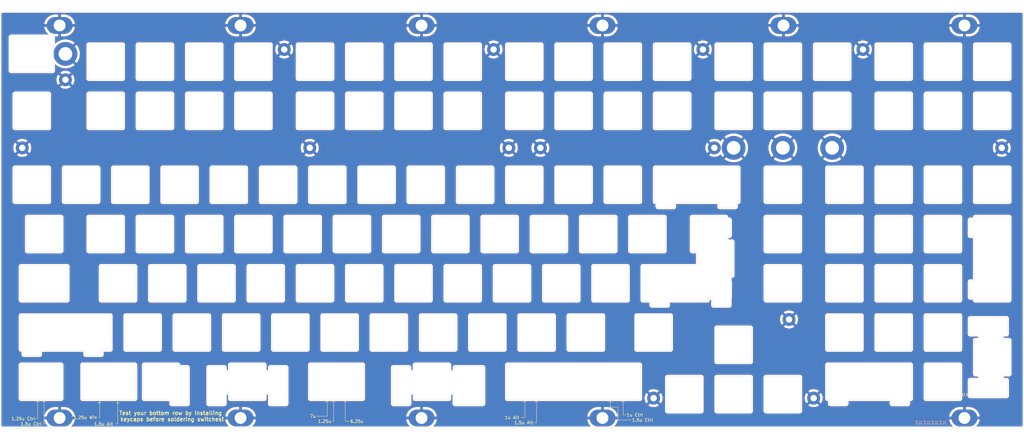
<source format=kicad_pcb>
(kicad_pcb (version 20200913) (generator pcbnew)
  (layers (0 "F.Cu" signal) (31 "B.Cu" signal) (34 "B.Paste" user) (35 "F.Paste" user) (36 "B.SilkS" user) (37 "F.SilkS" user) (38 "B.Mask" user) (39 "F.Mask" user) (44 "Edge.Cuts" user))
  (net 0 "")
  (net 1 "Mounting-hole")
  (module "acheronHardware:PEM-KF2-M3-ET_(solder-in)" (layer "F.Cu") (at 93 157.2)
    (fp_text reference "H8")
    (fp_text value "MountingHole_Pad")
    (pad "1" thru_hole oval (at 0 0) (size 10 6.5) (drill 4.6) (layers *.Cu "B.Mask") (net 1 "Mounting-hole"))
  )
  (module "acheronHardware:PEM-KF2-M3-ET_(solder-in)" (layer "F.Cu") (at 373 5.375)
    (fp_text reference "H6")
    (fp_text value "MountingHole_Pad")
    (pad "1" thru_hole oval (at 0 0) (size 10 6.5) (drill 4.6) (layers *.Cu "B.Mask") (net 1 "Mounting-hole"))
  )
  (module "MountingHole:MountingHole_2.5mm_Pad" (layer "F.Cu") (at 276.2623 52.7125)
    (fp_text reference "H20")
    (fp_text value "MountingHole_Pad")
    (pad "1" thru_hole circle (at 0 0) (size 5 5) (drill 2.5) (layers *.Cu *.Mask) (net 1 "Mounting-hole"))
  )
  (module "acheronHardware:PEM-KF2-M3-ET_(solder-in)" (layer "F.Cu") (at 373 157.2)
    (fp_text reference "H11" (at 0 -9 unlocked) (layer "F.SilkS"))
    (fp_text value "MountingHole_Pad")
    (pad "1" thru_hole oval (at 0 0) (size 10 6.5) (drill 4.6) (layers *.Cu "B.Mask") (net 1 "Mounting-hole"))
  )
  (module "acheronHardware:PEM-KF2-M3-ET_(solder-in)" (layer "F.Cu") (at 233 157.2)
    (fp_text reference "H10")
    (fp_text value "MountingHole_Pad")
    (pad "1" thru_hole oval (at 0 0) (size 10 6.5) (drill 4.6) (layers *.Cu "B.Mask") (net 1 "Mounting-hole"))
  )
  (module "MountingHole:MountingHole_5.3mm_M5_DIN965_Pad" (layer "F.Cu") (at 283.7255 52.7125)
    (fp_text reference "H26")
    (fp_text value "MountingHole_Pad")
    (pad "1" thru_hole circle (at 0 0) (size 9.2 9.2) (drill 5.3) (layers *.Cu *.Mask) (net 1 "Mounting-hole"))
  )
  (module "MountingHole:MountingHole_5.3mm_M5_DIN965_Pad" (layer "F.Cu") (at 321.8255 52.7125)
    (fp_text reference "H28")
    (fp_text value "MountingHole_Pad")
    (pad "1" thru_hole circle (at 0 0) (size 9.2 9.2) (drill 5.3) (layers *.Cu *.Mask) (net 1 "Mounting-hole"))
  )
  (module "MountingHole:MountingHole_2.5mm_Pad" (layer "F.Cu") (at 109.89425 14.675)
    (fp_text reference "H14")
    (fp_text value "MountingHole_Pad")
    (pad "1" thru_hole circle (at 0 0) (size 5 5) (drill 2.5) (layers *.Cu *.Mask) (net 1 "Mounting-hole"))
  )
  (module "acheronHardware:PEM-KF2-M3-ET_(solder-in)" (layer "F.Cu") (at 233 5.375)
    (fp_text reference "H4")
    (fp_text value "MountingHole_Pad")
    (pad "1" thru_hole oval (at 0 0) (size 10 6.5) (drill 4.6) (layers *.Cu "B.Mask") (net 1 "Mounting-hole"))
  )
  (module "acheronHardware:PEM-KF2-M3-ET_(solder-in)" (layer "F.Cu") (at 23 5.375)
    (fp_text reference "H1")
    (fp_text value "MountingHole_Pad")
    (pad "1" thru_hole oval (at 0 0) (size 10 6.5) (drill 4.6) (layers *.Cu "B.Mask") (net 1 "Mounting-hole"))
  )
  (module "MountingHole:MountingHole_2.5mm_Pad" (layer "F.Cu") (at 333.73175 14.675)
    (fp_text reference "H21")
    (fp_text value "MountingHole_Pad")
    (pad "1" thru_hole circle (at 0 0) (size 5 5) (drill 2.5) (layers *.Cu *.Mask) (net 1 "Mounting-hole"))
  )
  (module "MountingHole:MountingHole_2.5mm_Pad" (layer "F.Cu") (at 305.157 119.1)
    (fp_text reference "H24")
    (fp_text value "MountingHole_Pad")
    (pad "1" thru_hole circle (at 0 0) (size 5 5) (drill 2.5) (layers *.Cu *.Mask) (net 1 "Mounting-hole"))
  )
  (module "MountingHole:MountingHole_2.5mm_Pad" (layer "F.Cu") (at 190.85675 14.675)
    (fp_text reference "H16")
    (fp_text value "MountingHole_Pad")
    (pad "1" thru_hole circle (at 0 0) (size 5 5) (drill 2.5) (layers *.Cu *.Mask) (net 1 "Mounting-hole"))
  )
  (module "acheronHardware:PEM-KF2-M3-ET_(solder-in)" (layer "F.Cu") (at 23 157.2)
    (fp_text reference "H7")
    (fp_text value "MountingHole_Pad")
    (pad "1" thru_hole oval (at 0 0) (size 10 6.5) (drill 4.6) (layers *.Cu "B.Mask") (net 1 "Mounting-hole"))
  )
  (module "MountingHole:MountingHole_2.5mm_Pad" (layer "F.Cu") (at 208.963 52.7125)
    (fp_text reference "H18")
    (fp_text value "MountingHole_Pad")
    (pad "1" thru_hole circle (at 0 0) (size 5 5) (drill 2.5) (layers *.Cu *.Mask) (net 1 "Mounting-hole"))
  )
  (module "MountingHole:MountingHole_2.5mm_Pad" (layer "F.Cu") (at 119.763 52.7125)
    (fp_text reference "H15")
    (fp_text value "MountingHole_Pad")
    (pad "1" thru_hole circle (at 0 0) (size 5 5) (drill 2.5) (layers *.Cu *.Mask) (net 1 "Mounting-hole"))
  )
  (module "acheronHardware:PEM-KF2-M3-ET_(solder-in)" (layer "F.Cu") (at 163 5.375)
    (fp_text reference "H3")
    (fp_text value "MountingHole_Pad")
    (pad "1" thru_hole oval (at 0 0) (size 10 6.5) (drill 4.6) (layers *.Cu "B.Mask") (net 1 "Mounting-hole"))
  )
  (module "MountingHole:MountingHole_2.5mm_Pad" (layer "F.Cu") (at 25.263 26.375)
    (fp_text reference "H13")
    (fp_text value "MountingHole_Pad")
    (pad "1" thru_hole circle (at 0 0) (size 5 5) (drill 2.5) (layers *.Cu *.Mask) (net 1 "Mounting-hole"))
  )
  (module "MountingHole:MountingHole_2.5mm_Pad" (layer "F.Cu") (at 196.7623 52.7125)
    (fp_text reference "H17")
    (fp_text value "MountingHole_Pad")
    (pad "1" thru_hole circle (at 0 0) (size 5 5) (drill 2.5) (layers *.Cu *.Mask) (net 1 "Mounting-hole"))
  )
  (module "MountingHole:MountingHole_5.3mm_M5_DIN965_Pad" (layer "F.Cu") (at 25.263 16.375)
    (fp_text reference "H29")
    (fp_text value "MountingHole_Pad")
    (pad "1" thru_hole circle (at 0 0) (size 9.2 9.2) (drill 5.3) (layers *.Cu *.Mask) (net 1 "Mounting-hole"))
  )
  (module "MountingHole:MountingHole_2.5mm_Pad" (layer "F.Cu") (at 314.68175 149.531112)
    (fp_text reference "H25")
    (fp_text value "MountingHole_Pad")
    (pad "1" thru_hole circle (at 0 0) (size 5 5) (drill 2.5) (layers *.Cu *.Mask) (net 1 "Mounting-hole"))
  )
  (module "MountingHole:MountingHole_2.5mm_Pad" (layer "F.Cu") (at 271.81925 14.675)
    (fp_text reference "H19")
    (fp_text value "MountingHole_Pad")
    (pad "1" thru_hole circle (at 0 0) (size 5 5) (drill 2.5) (layers *.Cu *.Mask) (net 1 "Mounting-hole"))
  )
  (module "MountingHole:MountingHole_5.3mm_M5_DIN965_Pad" (layer "F.Cu") (at 302.7755 52.7125)
    (fp_text reference "H27")
    (fp_text value "MountingHole_Pad")
    (pad "1" thru_hole circle (at 0 0) (size 9.2 9.2) (drill 5.3) (layers *.Cu *.Mask) (net 1 "Mounting-hole"))
  )
  (module "acheronHardware:PEM-KF2-M3-ET_(solder-in)" (layer "F.Cu") (at 93 5.375)
    (fp_text reference "H2")
    (fp_text value "MountingHole_Pad")
    (pad "1" thru_hole oval (at 0 0) (size 10 6.5) (drill 4.6) (layers *.Cu "B.Mask") (net 1 "Mounting-hole"))
  )
  (module "MountingHole:MountingHole_2.5mm_Pad" (layer "F.Cu") (at 8.563 52.7125)
    (fp_text reference "H12")
    (fp_text value "MountingHole_Pad")
    (pad "1" thru_hole circle (at 0 0) (size 5 5) (drill 2.5) (layers *.Cu *.Mask) (net 1 "Mounting-hole"))
  )
  (module "MountingHole:MountingHole_2.5mm_Pad" (layer "F.Cu") (at 252.76925 149.531112)
    (fp_text reference "H23")
    (fp_text value "MountingHole_Pad")
    (pad "1" thru_hole circle (at 0 0) (size 5 5) (drill 2.5) (layers *.Cu *.Mask) (net 1 "Mounting-hole"))
  )
  (module "MountingHole:MountingHole_2.5mm_Pad" (layer "F.Cu") (at 387.437 52.7125)
    (fp_text reference "H22")
    (fp_text value "MountingHole_Pad")
    (pad "1" thru_hole circle (at 0 0) (size 5 5) (drill 2.5) (layers *.Cu *.Mask) (net 1 "Mounting-hole"))
  )
  (module "acheronHardware:PEM-KF2-M3-ET_(solder-in)" (layer "F.Cu") (at 303 5.375)
    (fp_text reference "H5")
    (fp_text value "MountingHole_Pad")
    (pad "1" thru_hole oval (at 0 0) (size 10 6.5) (drill 4.6) (layers *.Cu "B.Mask") (net 1 "Mounting-hole"))
  )
  (module "acheronHardware:PEM-KF2-M3-ET_(solder-in)" (layer "F.Cu") (at 163 157.2)
    (fp_text reference "H9")
    (fp_text value "MountingHole_Pad")
    (pad "1" thru_hole oval (at 0 0) (size 10 6.5) (drill 4.6) (layers *.Cu "B.Mask") (net 1 "Mounting-hole"))
  )
  (gr_line (start 14 151) (end 14.5 150.5) (layer "F.SilkS") (width 0.15))
  (gr_line (start 202.5 151) (end 203 150.5) (layer "F.SilkS") (width 0.15))
  (gr_line (start 133.5 150.5) (end 133 151) (layer "F.SilkS") (width 0.15))
  (gr_line (start 236 150.5) (end 236 153) (layer "F.SilkS") (width 0.15))
  (gr_line (start 203 157) (end 201.5 157) (layer "F.SilkS") (width 0.15))
  (gr_line (start 14.5 157.5) (end 14.5 150.5) (layer "F.SilkS") (width 0.15))
  (gr_line (start 207.5 150.5) (end 207.5 159) (layer "F.SilkS") (width 0.15))
  (gr_line (start 126.5 150.5) (end 126.5 156.5) (layer "F.SilkS") (width 0.15))
  (gr_line (start 17 150.5) (end 16.5 151) (layer "F.SilkS") (width 0.15))
  (gr_line (start 129 150.5) (end 128.5 151) (layer "F.SilkS") (width 0.15))
  (gr_line (start 14.5 150.5) (end 14 151) (layer "F.SilkS") (width 0.15))
  (gr_line (start 45.5 151) (end 46 151.5) (layer "F.SilkS") (width 0.15))
  (gr_line (start 38.5 151) (end 39 151.5) (layer "F.SilkS") (width 0.15))
  (gr_line (start 207 151) (end 207.5 150.5) (layer "F.SilkS") (width 0.15))
  (gr_line (start 241 150.5) (end 241.5 151) (layer "F.SilkS") (width 0.15))
  (gr_line (start 241 150.5) (end 241 156) (layer "F.SilkS") (width 0.15))
  (gr_line (start 45.5 151) (end 45 151.5) (layer "F.SilkS") (width 0.15))
  (gr_line (start 207.5 150.5) (end 208 151) (layer "F.SilkS") (width 0.15))
  (gr_line (start 236 150.5) (end 236.5 151) (layer "F.SilkS") (width 0.15))
  (gr_line (start 241 156) (end 242 156) (layer "F.SilkS") (width 0.15))
  (gr_line (start 236 153) (end 239 153) (layer "F.SilkS") (width 0.15))
  (gr_line (start 126.5 150.5) (end 126 151) (layer "F.SilkS") (width 0.15))
  (gr_line (start 129 150.5) (end 129 158.5) (layer "F.SilkS") (width 0.15))
  (gr_line (start 126.5 156.5) (end 122.5 156.5) (layer "F.SilkS") (width 0.15))
  (gr_line (start 239 153) (end 239 158) (layer "F.SilkS") (width 0.15))
  (gr_line (start 128.5 151) (end 129 150.5) (layer "F.SilkS") (width 0.15))
  (gr_line (start 133.5 150.5) (end 133.5 158.5) (layer "F.SilkS") (width 0.15))
  (gr_line (start 17 159.5) (end 17 150.5) (layer "F.SilkS") (width 0.15))
  (gr_line (start 126 151) (end 126.5 150.5) (layer "F.SilkS") (width 0.15))
  (gr_line (start 207.5 150.5) (end 207 151) (layer "F.SilkS") (width 0.15))
  (gr_line (start 16.5 151) (end 17 150.5) (layer "F.SilkS") (width 0.15))
  (gr_line (start 45.5 151) (end 45.5 159.5) (layer "F.SilkS") (width 0.15))
  (gr_line (start 240.5 151) (end 241 150.5) (layer "F.SilkS") (width 0.15))
  (gr_line (start 133.5 158.5) (end 135 158.5) (layer "F.SilkS") (width 0.15))
  (gr_line (start 239 158) (end 244 158) (layer "F.SilkS") (width 0.15))
  (gr_line (start 129 158.5) (end 128.5 158.5) (layer "F.SilkS") (width 0.15))
  (gr_line (start 207.5 159) (end 206.5 159) (layer "F.SilkS") (width 0.15))
  (gr_line (start 14.5 151) (end 14.5 150.5) (layer "F.SilkS") (width 0.15))
  (gr_line (start 241 150.5) (end 240.5 151) (layer "F.SilkS") (width 0.15))
  (gr_line (start 17 150.5) (end 17.5 151) (layer "F.SilkS") (width 0.15))
  (gr_line (start 236 150.5) (end 235.5 151) (layer "F.SilkS") (width 0.15))
  (gr_line (start 236.5 151) (end 236 150.5) (layer "F.SilkS") (width 0.15))
  (gr_line (start 38.5 157) (end 38.5 151) (layer "F.SilkS") (width 0.15))
  (gr_line (start 17 159.5) (end 16.5 159.5) (layer "F.SilkS") (width 0.15))
  (gr_line (start 38.5 151) (end 38 151.5) (layer "F.SilkS") (width 0.15))
  (gr_line (start 14.5 150.5) (end 15 151) (layer "F.SilkS") (width 0.15))
  (gr_line (start 129 150.5) (end 129.5 151) (layer "F.SilkS") (width 0.15))
  (gr_line (start 38.5 157) (end 38 157) (layer "F.SilkS") (width 0.15))
  (gr_line (start 203 150.5) (end 203 157) (layer "F.SilkS") (width 0.15))
  (gr_line (start 203 150.5) (end 202.5 151) (layer "F.SilkS") (width 0.15))
  (gr_line (start 203 150.5) (end 203.5 151) (layer "F.SilkS") (width 0.15))
  (gr_line (start 38 151.5) (end 38.5 151) (layer "F.SilkS") (width 0.15))
  (gr_line (start 14.5 157.5) (end 14 157.5) (layer "F.SilkS") (width 0.15))
  (gr_line (start 133.5 150.5) (end 134 151) (layer "F.SilkS") (width 0.15))
  (gr_line (start 45.5 159.5) (end 44.5 159.5) (layer "F.SilkS") (width 0.15))
  (gr_line (start 127 151) (end 126.5 150.5) (layer "F.SilkS") (width 0.15))
  (gr_arc (start 209.263 44.925) (end 209.263 45.425) (angle -90) (layer "Edge.Cuts") (width 0.1))
  (gr_arc (start 377.238 12.875) (end 377.238 12.375) (angle -90) (layer "Edge.Cuts") (width 0.1))
  (gr_arc (start 180.688 92.55) (end 180.688 93.05) (angle -90) (layer "Edge.Cuts") (width 0.1))
  (gr_arc (start 143.8755 117.65) (end 143.8755 117.15) (angle -90) (layer "Edge.Cuts") (width 0.1))
  (gr_line (start 128.3005 26.375) (end 115.3005 26.375) (layer "Edge.Cuts") (width 0.1))
  (gr_arc (start 115.3005 44.925) (end 114.8005 44.925) (angle -90) (layer "Edge.Cuts") (width 0.1))
  (gr_line (start 134.3505 12.375) (end 147.3505 12.375) (layer "Edge.Cuts") (width 0.1))
  (gr_line (start 269.58175 93.35) (end 269.58175 97.8) (layer "Edge.Cuts") (width 0.1))
  (gr_arc (start 333.088 79.55) (end 333.588 79.55) (angle -90) (layer "Edge.Cuts") (width 0.1))
  (gr_line (start 200.5255 130.65) (end 200.5255 117.65) (layer "Edge.Cuts") (width 0.1))
  (gr_line (start 104.488 93.05) (end 91.488 93.05) (layer "Edge.Cuts") (width 0.1))
  (gr_line (start 115.3005 45.425) (end 128.3005 45.425) (layer "Edge.Cuts") (width 0.1))
  (gr_line (start 66.888 92.55) (end 66.888 79.55) (layer "Edge.Cuts") (width 0.1))
  (gr_arc (start 371.188 111.6) (end 371.188 112.1) (angle -90) (layer "Edge.Cuts") (width 0.1))
  (gr_line (start 389.738 148.613) (end 389.738 142.613) (layer "Edge.Cuts") (width 0.1))
  (gr_arc (start 358.188 60.5) (end 358.188 60) (angle -90) (layer "Edge.Cuts") (width 0.1))
  (gr_line (start 233.863 44.925) (end 233.863 31.925) (layer "Edge.Cuts") (width 0.1))
  (gr_arc (start 160.544251 149.7) (end 160.044251 149.7) (angle -90) (layer "Edge.Cuts") (width 0.1))
  (gr_arc (start 158.163 73.5) (end 157.663 73.5) (angle -90) (layer "Edge.Cuts") (width 0.1))
  (gr_arc (start 377.238 44.925) (end 376.738 44.925) (angle -90) (layer "Edge.Cuts") (width 0.1))
  (gr_arc (start 309.2755 31.925) (end 309.7755 31.925) (angle -90) (layer "Edge.Cuts") (width 0.1))
  (gr_arc (start 123.538 79.55) (end 124.038 79.55) (angle -90) (layer "Edge.Cuts") (width 0.1))
  (gr_arc (start 258.1755 154.4625) (end 257.6755 154.4625) (angle -90) (layer "Edge.Cuts") (width 0.1))
  (gr_line (start 282.08175 80.137) (end 281.5005 80.137) (layer "Edge.Cuts") (width 0.1))
  (gr_line (start 160.044251 147.9) (end 160.044251 149.7) (layer "Edge.Cuts") (width 0.1))
  (gr_line (start 390.238 126.675) (end 388.238 126.675) (layer "Edge.Cuts") (width 0.1))
  (gr_arc (start 31.95675 136.7) (end 31.95675 136.2) (angle -90) (layer "Edge.Cuts") (width 0.1))
  (gr_line (start 174.044251 149.7) (end 174.044251 147.9) (layer "Edge.Cuts") (width 0.1))
  (gr_arc (start 282.081749 110.513) (end 282.49475 110.794836) (angle -34.3100027) (layer "Edge.Cuts") (width 0.1))
  (gr_line (start 358.188 150.2) (end 371.188 150.2) (layer "Edge.Cuts") (width 0.1))
  (gr_line (start 195.763 136.7) (end 195.763 149.7) (layer "Edge.Cuts") (width 0.1))
  (gr_line (start 243.1005 98.6) (end 243.1005 111.6) (layer "Edge.Cuts") (width 0.1))
  (gr_arc (start 55.76925 149.7) (end 55.26925 149.7) (angle -90) (layer "Edge.Cuts") (width 0.1))
  (gr_line (start 261 74) (end 261 75.5) (layer "Edge.Cuts") (width 0.1))
  (gr_arc (start 91.488 31.925) (end 91.488 31.425) (angle -90) (layer "Edge.Cuts") (width 0.1))
  (gr_line (start 320.088 79.05) (end 333.088 79.05) (layer "Edge.Cuts") (width 0.1))
  (gr_line (start 103.844751 139.2) (end 102.806751 139.2) (layer "Edge.Cuts") (width 0.1))
  (gr_arc (start 37.813 73.5) (end 37.813 74) (angle -90) (layer "Edge.Cuts") (width 0.1))
  (gr_arc (start 118.775499 130.65) (end 118.7755 131.15) (angle -90) (layer "Edge.Cuts") (width 0.1))
  (gr_arc (start 37.813 60.5) (end 38.313 60.5) (angle -90) (layer "Edge.Cuts") (width 0.1))
  (gr_arc (start 296.2755 111.6) (end 295.7755 111.6) (angle -90) (layer "Edge.Cuts") (width 0.1))
  (gr_line (start 247.863 60.5) (end 247.863 73.5) (layer "Edge.Cuts") (width 0.1))
  (gr_arc (start 153.4005 44.925) (end 152.9005 44.925) (angle -90) (layer "Edge.Cuts") (width 0.1))
  (gr_line (start 375.238 111.013) (end 376.438 111.013) (layer "Edge.Cuts") (width 0.1))
  (gr_line (start 395 161) (end 1 161) (layer "Edge.Cuts") (width 0.1))
  (gr_line (start 104.988 31.925) (end 104.988 44.925) (layer "Edge.Cuts") (width 0.1))
  (gr_arc (start 181.9755 117.65) (end 181.9755 117.15) (angle -90) (layer "Edge.Cuts") (width 0.1))
  (gr_arc (start 52.1005 98.6) (end 52.6005 98.6) (angle -90) (layer "Edge.Cuts") (width 0.1))
  (gr_arc (start 246.26925 117.65) (end 246.26925 117.15) (angle -90) (layer "Edge.Cuts") (width 0.1))
  (gr_line (start 233.0755 117.15) (end 220.0755 117.15) (layer "Edge.Cuts") (width 0.1))
  (gr_line (start 104.544751 152.2) (end 110.544751 152.2) (layer "Edge.Cuts") (width 0.1))
  (gr_arc (start 277.2255 135.412501) (end 276.7255 135.412501) (angle -90) (layer "Edge.Cuts") (width 0.1))
  (gr_arc (start 72.438 44.925) (end 71.938 44.925) (angle -90) (layer "Edge.Cuts") (width 0.1))
  (gr_arc (start 377.238 79.55) (end 377.238 79.05) (angle -90) (layer "Edge.Cuts") (width 0.1))
  (gr_line (start 104.488 12.375) (end 91.488 12.375) (layer "Edge.Cuts") (width 0.1))
  (gr_arc (start 5.763 60.5) (end 5.763 60) (angle -90) (layer "Edge.Cuts") (width 0.1))
  (gr_arc (start 115.3005 98.6) (end 115.3005 98.1) (angle -90) (layer "Edge.Cuts") (width 0.1))
  (gr_arc (start 277.2255 12.875) (end 277.2255 12.375) (angle -90) (layer "Edge.Cuts") (width 0.1))
  (gr_line (start 102.806751 147.7) (end 103.844751 147.7) (layer "Edge.Cuts") (width 0.1))
  (gr_line (start 85.438 12.375) (end 72.438 12.375) (layer "Edge.Cuts") (width 0.1))
  (gr_line (start 252.11875 114.1) (end 258.118749 114.1) (layer "Edge.Cuts") (width 0.1))
  (gr_line (start 281.2005 88.275) (end 281.2005 87.437) (layer "Edge.Cuts") (width 0.1))
  (gr_line (start 119.563 136.7) (end 119.563 149.7) (layer "Edge.Cuts") (width 0.1))
  (gr_line (start 174.044251 139) (end 174.044251 136.7) (layer "Edge.Cuts") (width 0.1))
  (gr_arc (start 395 1) (end 396 1) (angle -90) (layer "Edge.Cuts") (width 0.1))
  (gr_line (start 8.14425 131.15) (end 8.43125 131.15) (layer "Edge.Cuts") (width 0.1))
  (gr_line (start 338.638 111.6) (end 338.638 98.6) (layer "Edge.Cuts") (width 0.1))
  (gr_arc (start 185.4505 44.925) (end 185.4505 45.425) (angle -90) (layer "Edge.Cuts") (width 0.1))
  (gr_line (start 333.588 130.65) (end 333.588 117.65) (layer "Edge.Cuts") (width 0.1))
  (gr_arc (start 266.413 44.925) (end 266.413 45.425) (angle -90) (layer "Edge.Cuts") (width 0.1))
  (gr_arc (start 371.188 31.925) (end 371.688 31.925) (angle -90) (layer "Edge.Cuts") (width 0.1))
  (gr_arc (start 134.3505 98.6) (end 134.3505 98.1) (angle -90) (layer "Edge.Cuts") (width 0.1))
  (gr_line (start 47.338 79.05) (end 34.338 79.05) (layer "Edge.Cuts") (width 0.1))
  (gr_line (start 110.544751 137.2) (end 104.544751 137.2) (layer "Edge.Cuts") (width 0.1))
  (gr_line (start 352.638 60.5) (end 352.638 73.5) (layer "Edge.Cuts") (width 0.1))
  (gr_line (start 152.613 73.5) (end 152.613 60.5) (layer "Edge.Cuts") (width 0.1))
  (gr_line (start 124.038 92.55) (end 124.038 79.55) (layer "Edge.Cuts") (width 0.1))
  (gr_line (start 351.551 150.5) (end 351.551 151.7) (layer "Edge.Cuts") (width 0.1))
  (gr_line (start 387.738 126.175) (end 387.738 125.737) (layer "Edge.Cuts") (width 0.1))
  (gr_line (start 33.838 12.875) (end 33.838 25.875) (layer "Edge.Cuts") (width 0.1))
  (gr_arc (start 376.438 87.437) (end 376.738 87.437) (angle -90) (layer "Edge.Cuts") (width 0.1))
  (gr_line (start 10.525501 79.05) (end 23.5255 79.05) (layer "Edge.Cuts") (width 0.1))
  (gr_arc (start 220.0755 117.65) (end 220.0755 117.15) (angle -90) (layer "Edge.Cuts") (width 0.1))
  (gr_line (start 148.638 93.05) (end 161.638 93.05) (layer "Edge.Cuts") (width 0.1))
  (gr_line (start 371.688 130.65) (end 371.688 117.65) (layer "Edge.Cuts") (width 0.1))
  (gr_line (start 271.6755 154.4625) (end 271.6755 141.4625) (layer "Edge.Cuts") (width 0.1))
  (gr_arc (start 159.844251 139) (end 159.844251 139.2) (angle -90) (layer "Edge.Cuts") (width 0.1))
  (gr_line (start 243.388 79.55) (end 243.388 92.55) (layer "Edge.Cuts") (width 0.1))
  (gr_arc (start 234.363 73.5) (end 233.863 73.5) (angle -90) (layer "Edge.Cuts") (width 0.1))
  (gr_arc (start 388.238 126.175) (end 387.738 126.175) (angle -90) (layer "Edge.Cuts") (width 0.1))
  (gr_line (start 390.738 31.925) (end 390.738 44.925) (layer "Edge.Cuts") (width 0.1))
  (gr_arc (start 390.238 140.175) (end 390.238 140.675) (angle -90) (layer "Edge.Cuts") (width 0.1))
  (gr_line (start 185.4505 12.375) (end 172.4505 12.375) (layer "Edge.Cuts") (width 0.1))
  (gr_line (start 357.688 136.7) (end 357.688 149.7) (layer "Edge.Cuts") (width 0.1))
  (gr_arc (start 333.088 117.65) (end 333.588 117.65) (angle -90) (layer "Edge.Cuts") (width 0.1))
  (gr_line (start 276.7255 154.4625) (end 276.7255 141.4625) (layer "Edge.Cuts") (width 0.1))
  (gr_arc (start 85.438 31.925) (end 85.938 31.925) (angle -90) (layer "Edge.Cuts") (width 0.1))
  (gr_line (start 67.1755 130.65) (end 67.1755 117.65) (layer "Edge.Cuts") (width 0.1))
  (gr_line (start 234.363 12.375) (end 247.363 12.375) (layer "Edge.Cuts") (width 0.1))
  (gr_arc (start 148.638 79.55) (end 148.638 79.05) (angle -90) (layer "Edge.Cuts") (width 0.1))
  (gr_arc (start 80.6755 117.65) (end 81.1755 117.65) (angle -90) (layer "Edge.Cuts") (width 0.1))
  (gr_arc (start 1 1) (end 1 0) (angle -90) (layer "Edge.Cuts") (width 0.1))
  (gr_line (start 47.838 92.55) (end 47.838 79.55) (layer "Edge.Cuts") (width 0.1))
  (gr_arc (start 31.95675 149.7) (end 31.45675 149.7) (angle -90) (layer "Edge.Cuts") (width 0.1))
  (gr_line (start 284.876 74) (end 284.876 75.5) (layer "Edge.Cuts") (width 0.1))
  (gr_line (start 185.4505 98.1) (end 172.4505 98.1) (layer "Edge.Cuts") (width 0.1))
  (gr_arc (start 204.5005 98.6) (end 205.0005 98.6) (angle -90) (layer "Edge.Cuts") (width 0.1))
  (gr_line (start 374.738 104.513) (end 374.738 110.513) (layer "Edge.Cuts") (width 0.1))
  (gr_arc (start 185.4505 25.875) (end 185.4505 26.375) (angle -90) (layer "Edge.Cuts") (width 0.1))
  (gr_line (start 120.063 150.2) (end 140.20675 150.2) (layer "Edge.Cuts") (width 0.1))
  (gr_arc (start 377.238 73.5) (end 376.738 73.5) (angle -90) (layer "Edge.Cuts") (width 0.1))
  (gr_arc (start 75.913 60.5) (end 76.413 60.5) (angle -90) (layer "Edge.Cuts") (width 0.1))
  (gr_arc (start 320.088 117.65) (end 320.088 117.15) (angle -90) (layer "Edge.Cuts") (width 0.1))
  (gr_arc (start 161.638 79.55) (end 162.138 79.55) (angle -90) (layer "Edge.Cuts") (width 0.1))
  (gr_line (start 87.206751 139) (end 87.206751 137.7) (layer "Edge.Cuts") (width 0.1))
  (gr_line (start 296.2755 93.05) (end 309.2755 93.05) (layer "Edge.Cuts") (width 0.1))
  (gr_line (start 34.338 93.05) (end 47.338 93.05) (layer "Edge.Cuts") (width 0.1))
  (gr_line (start 81.463 73.5) (end 81.463 60.5) (layer "Edge.Cuts") (width 0.1))
  (gr_arc (start 352.138 92.55) (end 352.138 93.05) (angle -90) (layer "Edge.Cuts") (width 0.1))
  (gr_arc (start 34.338 25.875) (end 33.838 25.875) (angle -90) (layer "Edge.Cuts") (width 0.1))
  (gr_arc (start 377.238 140.175) (end 376.738 140.175) (angle -90) (layer "Edge.Cuts") (width 0.1))
  (gr_line (start 166.9005 98.6) (end 166.9005 111.6) (layer "Edge.Cuts") (width 0.1))
  (gr_arc (start 285.463 60.5) (end 285.963 60.5) (angle -90) (layer "Edge.Cuts") (width 0.1))
  (gr_arc (start 390.238 12.875) (end 390.738 12.875) (angle -90) (layer "Edge.Cuts") (width 0.1))
  (gr_line (start 396 1) (end 396 160) (layer "Edge.Cuts") (width 0.1))
  (gr_arc (start 177.213 73.5) (end 176.713 73.5) (angle -90) (layer "Edge.Cuts") (width 0.1))
  (gr_arc (start 290.2255 44.925) (end 290.2255 45.425) (angle -90) (layer "Edge.Cuts") (width 0.1))
  (gr_arc (start 309.2755 79.55) (end 309.7755 79.55) (angle -90) (layer "Edge.Cuts") (width 0.1))
  (gr_arc (start 123.538 92.55) (end 123.538 93.05) (angle -90) (layer "Edge.Cuts") (width 0.1))
  (gr_line (start 148.138 79.55) (end 148.138 92.55) (layer "Edge.Cuts") (width 0.1))
  (gr_line (start 72.438 31.425) (end 85.438 31.425) (layer "Edge.Cuts") (width 0.1))
  (gr_arc (start 258.91875 112.4) (end 258.91875 112.1) (angle -90) (layer "Edge.Cuts") (width 0.1))
  (gr_arc (start 285.463 73.5) (end 285.463 74) (angle -90) (layer "Edge.Cuts") (width 0.1))
  (gr_line (start 296.2755 140.9625) (end 309.2755 140.9625) (layer "Edge.Cuts") (width 0.1))
  (gr_arc (start 105.7755 117.65) (end 105.7755 117.15) (angle -90) (layer "Edge.Cuts") (width 0.1))
  (gr_arc (start 66.388 92.55) (end 66.388 93.05) (angle -90) (layer "Edge.Cuts") (width 0.1))
  (gr_arc (start 56.863 60.5) (end 57.363 60.5) (angle -90) (layer "Edge.Cuts") (width 0.1))
  (gr_line (start 390.238 26.375) (end 377.238 26.375) (layer "Edge.Cuts") (width 0.1))
  (gr_arc (start 358.188 12.875) (end 358.188 12.375) (angle -90) (layer "Edge.Cuts") (width 0.1))
  (gr_line (start 220.0755 131.15) (end 233.0755 131.15) (layer "Edge.Cuts") (width 0.1))
  (gr_line (start 339.138 12.375) (end 352.138 12.375) (layer "Edge.Cuts") (width 0.1))
  (gr_arc (start 53.388 25.875) (end 52.888 25.875) (angle -90) (layer "Edge.Cuts") (width 0.1))
  (gr_line (start 253.413 12.375) (end 266.413 12.375) (layer "Edge.Cuts") (width 0.1))
  (gr_line (start 352.638 98.6) (end 352.638 111.6) (layer "Edge.Cuts") (width 0.1))
  (gr_arc (start 256.888 92.55) (end 256.888 93.05) (angle -90) (layer "Edge.Cuts") (width 0.1))
  (gr_line (start 57.6505 98.6) (end 57.6505 111.6) (layer "Edge.Cuts") (width 0.1))
  (gr_line (start 224.0505 98.6) (end 224.0505 111.6) (layer "Edge.Cuts") (width 0.1))
  (gr_arc (start 81.963 60.5) (end 81.963 60) (angle -90) (layer "Edge.Cuts") (width 0.1))
  (gr_arc (start 389.238 142.613) (end 389.738 142.613) (angle -90) (layer "Edge.Cuts") (width 0.1))
  (gr_arc (start 9.23125 132.65) (end 8.73125 132.65) (angle -90) (layer "Edge.Cuts") (width 0.1))
  (gr_arc (start 94.963 73.5) (end 94.963 74) (angle -90) (layer "Edge.Cuts") (width 0.1))
  (gr_line (start 333.088 74) (end 320.088 74) (layer "Edge.Cuts") (width 0.1))
  (gr_line (start 34.338 26.375) (end 47.338 26.375) (layer "Edge.Cuts") (width 0.1))
  (gr_line (start 259.26925 117.15) (end 246.26925 117.15) (layer "Edge.Cuts") (width 0.1))
  (gr_arc (start 120.063 60.5) (end 120.063 60) (angle -90) (layer "Edge.Cuts") (width 0.1))
  (gr_arc (start 215.313 25.875) (end 214.813 25.875) (angle -90) (layer "Edge.Cuts") (width 0.1))
  (gr_arc (start 271.1755 154.4625) (end 271.1755 154.9625) (angle -90) (layer "Edge.Cuts") (width 0.1))
  (gr_arc (start 320.088 98.6) (end 320.088 98.1) (angle -90) (layer "Edge.Cuts") (width 0.1))
  (gr_arc (start 186.706751 151.7) (end 186.706751 152.2) (angle -90) (layer "Edge.Cuts") (width 0.1))
  (gr_line (start 195.4755 117.65) (end 195.4755 130.65) (layer "Edge.Cuts") (width 0.1))
  (gr_arc (start 166.4005 111.6) (end 166.4005 112.1) (angle -90) (layer "Edge.Cuts") (width 0.1))
  (gr_arc (start 166.4005 12.875) (end 166.9005 12.875) (angle -90) (layer "Edge.Cuts") (width 0.1))
  (gr_arc (start 327.175 151.7) (end 327.175 152.2) (angle -90) (layer "Edge.Cuts") (width 0.1))
  (gr_arc (start 224.838 92.55) (end 224.338 92.55) (angle -90) (layer "Edge.Cuts") (width 0.1))
  (gr_line (start 25.90675 98.1) (end 8.144251 98.1) (layer "Edge.Cuts") (width 0.1))
  (gr_line (start 85.938 31.925) (end 85.938 44.925) (layer "Edge.Cuts") (width 0.1))
  (gr_arc (start 101.013 60.5) (end 101.013 60) (angle -90) (layer "Edge.Cuts") (width 0.1))
  (gr_line (start 377.238 112.1) (end 390.238 112.1) (layer "Edge.Cuts") (width 0.1))
  (gr_line (start 309.2755 79.05) (end 296.2755 79.05) (layer "Edge.Cuts") (width 0.1))
  (gr_arc (start 139.113 73.5) (end 138.613 73.5) (angle -90) (layer "Edge.Cuts") (width 0.1))
  (gr_line (start 133.8505 44.925) (end 133.8505 31.925) (layer "Edge.Cuts") (width 0.1))
  (gr_line (start 91.488 26.375) (end 104.488 26.375) (layer "Edge.Cuts") (width 0.1))
  (gr_arc (start 296.2755 92.55) (end 295.7755 92.55) (angle -90) (layer "Edge.Cuts") (width 0.1))
  (gr_line (start 388.238 125.237) (end 389.238 125.237) (layer "Edge.Cuts") (width 0.1))
  (gr_line (start 114.8005 25.875) (end 114.8005 12.875) (layer "Edge.Cuts") (width 0.1))
  (gr_arc (start 290.2255 154.4625) (end 290.2255 154.9625) (angle -90) (layer "Edge.Cuts") (width 0.1))
  (gr_arc (start 267.700499 79.55) (end 267.700499 79.05) (angle -90) (layer "Edge.Cuts") (width 0.1))
  (gr_arc (start 390.238 127.175) (end 390.738 127.175) (angle -90) (layer "Edge.Cuts") (width 0.1))
  (gr_line (start 72.913 151.7) (end 72.913 137.7) (layer "Edge.Cuts") (width 0.1))
  (gr_line (start 52.100501 136.2) (end 31.95675 136.2) (layer "Edge.Cuts") (width 0.1))
  (gr_line (start 71.938 92.55) (end 71.938 79.55) (layer "Edge.Cuts") (width 0.1))
  (gr_line (start 205.788 79.05) (end 218.788 79.05) (layer "Edge.Cuts") (width 0.1))
  (gr_line (start 390.238 79.05) (end 377.238 79.05) (layer "Edge.Cuts") (width 0.1))
  (gr_arc (start 358.188 44.925) (end 357.688 44.925) (angle -90) (layer "Edge.Cuts") (width 0.1))
  (gr_line (start 18.763 31.425) (end 5.763 31.425) (layer "Edge.Cuts") (width 0.1))
  (gr_line (start 124.8255 131.15) (end 137.8255 131.15) (layer "Edge.Cuts") (width 0.1))
  (gr_line (start 114.8005 31.925) (end 114.8005 44.925) (layer "Edge.Cuts") (width 0.1))
  (gr_arc (start 352.138 73.5) (end 352.138 74) (angle -90) (layer "Edge.Cuts") (width 0.1))
  (gr_arc (start 234.363 44.925) (end 233.863 44.925) (angle -90) (layer "Edge.Cuts") (width 0.1))
  (gr_arc (start 104.544751 151.7) (end 104.044751 151.7) (angle -90) (layer "Edge.Cuts") (width 0.1))
  (gr_line (start 389.238 118.237) (end 375.238 118.237) (layer "Edge.Cuts") (width 0.1))
  (gr_line (start 378.238 142.113) (end 375.238 142.113) (layer "Edge.Cuts") (width 0.1))
  (gr_arc (start 327.975 150.5) (end 327.975 150.2) (angle -90) (layer "Edge.Cuts") (width 0.1))
  (gr_arc (start 339.138 25.875) (end 338.638 25.875) (angle -90) (layer "Edge.Cuts") (width 0.1))
  (gr_line (start 260.5 76) (end 254.5 76) (layer "Edge.Cuts") (width 0.1))
  (gr_line (start 105.2755 130.65) (end 105.2755 117.65) (layer "Edge.Cuts") (width 0.1))
  (gr_line (start 258.1755 154.9625) (end 271.1755 154.9625) (layer "Edge.Cuts") (width 0.1))
  (gr_line (start 352.638 130.65) (end 352.638 117.65) (layer "Edge.Cuts") (width 0.1))
  (gr_arc (start 137.8255 117.65) (end 138.3255 117.65) (angle -90) (layer "Edge.Cuts") (width 0.1))
  (gr_arc (start 23.525501 149.7) (end 23.525501 150.2) (angle -90) (layer "Edge.Cuts") (width 0.1))
  (gr_line (start 124.3255 117.65) (end 124.3255 130.65) (layer "Edge.Cuts") (width 0.1))
  (gr_line (start 274.05675 111.6) (end 274.05675 111.313) (layer "Edge.Cuts") (width 0.1))
  (gr_arc (start 129.588 79.55) (end 129.588 79.05) (angle -90) (layer "Edge.Cuts") (width 0.1))
  (gr_arc (start 172.4505 98.6) (end 172.4505 98.1) (angle -90) (layer "Edge.Cuts") (width 0.1))
  (gr_arc (start 175.282251 147.9) (end 175.482251 147.9) (angle -90) (layer "Edge.Cuts") (width 0.1))
  (gr_line (start 276.7255 25.875) (end 276.7255 12.875) (layer "Edge.Cuts") (width 0.1))
  (gr_arc (start 328.325499 12.875) (end 328.825499 12.875) (angle -90) (layer "Edge.Cuts") (width 0.1))
  (gr_arc (start 34.338 44.925) (end 33.838 44.925) (angle -90) (layer "Edge.Cuts") (width 0.1))
  (gr_line (start 283.58175 102.075) (end 283.58175 89.075) (layer "Edge.Cuts") (width 0.1))
  (gr_arc (start 42.5755 117.65) (end 43.0755 117.65) (angle -90) (layer "Edge.Cuts") (width 0.1))
  (gr_line (start 390.238 45.425) (end 377.238 45.425) (layer "Edge.Cuts") (width 0.1))
  (gr_line (start 95.750499 111.6) (end 95.750499 98.6) (layer "Edge.Cuts") (width 0.1))
  (gr_line (start 76.7005 111.6) (end 76.700499 98.6) (layer "Edge.Cuts") (width 0.1))
  (gr_line (start 309.7755 111.6) (end 309.7755 98.6) (layer "Edge.Cuts") (width 0.1))
  (gr_arc (start 390.238 111.6) (end 390.238 112.1) (angle -90) (layer "Edge.Cuts") (width 0.1))
  (gr_line (start 219.288 79.55) (end 219.288 92.55) (layer "Edge.Cuts") (width 0.1))
  (gr_line (start 309.7755 12.875) (end 309.7755 25.875) (layer "Edge.Cuts") (width 0.1))
  (gr_arc (start 53.388 31.925) (end 53.388 31.425) (angle -90) (layer "Edge.Cuts") (width 0.1))
  (gr_line (start 69.26925 137) (end 69.26925 136.7) (layer "Edge.Cuts") (width 0.1))
  (gr_line (start 138.613 60.5) (end 138.613 73.5) (layer "Edge.Cuts") (width 0.1))
  (gr_arc (start 281.5005 87.437) (end 281.5005 87.137) (angle -90) (layer "Edge.Cuts") (width 0.1))
  (gr_arc (start 275.194749 111.313) (end 275.49475 111.313) (angle -90) (layer "Edge.Cuts") (width 0.1))
  (gr_line (start 191.0005 98.6) (end 191.0005 111.6) (layer "Edge.Cuts") (width 0.1))
  (gr_arc (start 8.14425 117.65) (end 8.14425 117.15) (angle -90) (layer "Edge.Cuts") (width 0.1))
  (gr_line (start 85.938 25.875) (end 85.938 12.875) (layer "Edge.Cuts") (width 0.1))
  (gr_arc (start 103.844751 139) (end 103.844751 139.2) (angle -90) (layer "Edge.Cuts") (width 0.1))
  (gr_line (start 314.8255 25.875) (end 314.8255 12.875) (layer "Edge.Cuts") (width 0.1))
  (gr_arc (start 251.31875 112.4) (end 251.61875 112.4) (angle -90) (layer "Edge.Cuts") (width 0.1))
  (gr_line (start 5.763 60) (end 18.763 60) (layer "Edge.Cuts") (width 0.1))
  (gr_arc (start 339.138 111.6) (end 338.638 111.6) (angle -90) (layer "Edge.Cuts") (width 0.1))
  (gr_line (start 10.0255 92.55) (end 10.025501 79.55) (layer "Edge.Cuts") (width 0.1))
  (gr_arc (start 275.99475 113.6) (end 275.49475 113.6) (angle -90) (layer "Edge.Cuts") (width 0.1))
  (gr_line (start 128.8005 12.875) (end 128.8005 25.875) (layer "Edge.Cuts") (width 0.1))
  (gr_arc (start 376.438 111.313) (end 376.738 111.313) (angle -90) (layer "Edge.Cuts") (width 0.1))
  (gr_line (start 247.863 31.925) (end 247.863 44.925) (layer "Edge.Cuts") (width 0.1))
  (gr_arc (start 20.263 22.875) (end 20.263 23.375) (angle -90) (layer "Edge.Cuts") (width 0.1))
  (gr_line (start 139.113 74) (end 152.113 74) (layer "Edge.Cuts") (width 0.1))
  (gr_arc (start 390.238 31.925) (end 390.738 31.925) (angle -90) (layer "Edge.Cuts") (width 0.1))
  (gr_arc (start 153.4005 25.875) (end 152.9005 25.875) (angle -90) (layer "Edge.Cuts") (width 0.1))
  (gr_line (start 119.563 60.5) (end 119.563 73.5) (layer "Edge.Cuts") (width 0.1))
  (gr_arc (start 86.7255 130.65) (end 86.225499 130.65) (angle -90) (layer "Edge.Cuts") (width 0.1))
  (gr_line (start 86.7255 131.15) (end 99.7255 131.15) (layer "Edge.Cuts") (width 0.1))
  (gr_arc (start 352.138 149.7) (end 352.138 150.2) (angle -90) (layer "Edge.Cuts") (width 0.1))
  (gr_line (start 31.45675 136.7) (end 31.45675 149.7) (layer "Edge.Cuts") (width 0.1))
  (gr_arc (start 209.263 31.925) (end 209.763 31.925) (angle -90) (layer "Edge.Cuts") (width 0.1))
  (gr_line (start 52.1005 112.1) (end 39.1005 112.1) (layer "Edge.Cuts") (width 0.1))
  (gr_arc (start 358.188 79.55) (end 358.188 79.05) (angle -90) (layer "Edge.Cuts") (width 0.1))
  (gr_line (start 147.3505 26.375) (end 134.3505 26.375) (layer "Edge.Cuts") (width 0.1))
  (gr_arc (start 4.263 9.875) (end 4.263 9.375) (angle -90) (layer "Edge.Cuts") (width 0.1))
  (gr_line (start 215.313 31.425) (end 228.313 31.425) (layer "Edge.Cuts") (width 0.1))
  (gr_arc (start 389.238 148.613) (end 389.238 149.113) (angle -90) (layer "Edge.Cuts") (width 0.1))
  (gr_arc (start 196.263 44.925) (end 195.763 44.925) (angle -90) (layer "Edge.Cuts") (width 0.1))
  (gr_arc (start 134.3505 44.925) (end 133.8505 44.925) (angle -90) (layer "Edge.Cuts") (width 0.1))
  (gr_arc (start 274.35675 111.313) (end 274.35675 111.013) (angle -90) (layer "Edge.Cuts") (width 0.1))
  (gr_arc (start 156.8755 117.65) (end 157.3755 117.65) (angle -90) (layer "Edge.Cuts") (width 0.1))
  (gr_arc (start 333.088 60.5) (end 333.588 60.5) (angle -90) (layer "Edge.Cuts") (width 0.1))
  (gr_arc (start 259.26925 130.65) (end 259.26925 131.15) (angle -90) (layer "Edge.Cuts") (width 0.1))
  (gr_arc (start 39.10725 132.65) (end 39.10725 133.15) (angle -90) (layer "Edge.Cuts") (width 0.1))
  (gr_line (start 352.138 112.1) (end 339.138 112.1) (layer "Edge.Cuts") (width 0.1))
  (gr_line (start 47.338 12.375) (end 34.338 12.375) (layer "Edge.Cuts") (width 0.1))
  (gr_line (start 338.638 44.925) (end 338.638 31.925) (layer "Edge.Cuts") (width 0.1))
  (gr_line (start 374.738 142.613) (end 374.738 148.613) (layer "Edge.Cuts") (width 0.1))
  (gr_line (start 85.438 45.425) (end 72.438 45.425) (layer "Edge.Cuts") (width 0.1))
  (gr_arc (start 247.363 73.5) (end 247.363 74) (angle -90) (layer "Edge.Cuts") (width 0.1))
  (gr_arc (start 223.5505 111.6) (end 223.5505 112.1) (angle -90) (layer "Edge.Cuts") (width 0.1))
  (gr_line (start 371.688 111.6) (end 371.688 98.6) (layer "Edge.Cuts") (width 0.1))
  (gr_line (start 390.738 140.175) (end 390.738 127.175) (layer "Edge.Cuts") (width 0.1))
  (gr_arc (start 333.088 92.55) (end 333.088 93.05) (angle -90) (layer "Edge.Cuts") (width 0.1))
  (gr_arc (start 20.263 9.875) (end 20.763 9.875) (angle -90) (layer "Edge.Cuts") (width 0.1))
  (gr_arc (start 99.7255 117.65) (end 100.2255 117.65) (angle -90) (layer "Edge.Cuts") (width 0.1))
  (gr_line (start 110.038 79.55) (end 110.038 92.55) (layer "Edge.Cuts") (width 0.1))
  (gr_arc (start 153.4005 31.925) (end 153.4005 31.425) (angle -90) (layer "Edge.Cuts") (width 0.1))
  (gr_line (start 88.406751 139.2) (end 87.406751 139.2) (layer "Edge.Cuts") (width 0.1))
  (gr_line (start 266.913 12.875) (end 266.913 25.875) (layer "Edge.Cuts") (width 0.1))
  (gr_arc (start 171.163 73.5) (end 171.163 74) (angle -90) (layer "Edge.Cuts") (width 0.1))
  (gr_arc (start 185.4505 12.875) (end 185.9505 12.875) (angle -90) (layer "Edge.Cuts") (width 0.1))
  (gr_arc (start 153.4005 111.6) (end 152.9005 111.6) (angle -90) (layer "Edge.Cuts") (width 0.1))
  (gr_line (start 33.10725 133.15) (end 39.10725 133.15) (layer "Edge.Cuts") (width 0.1))
  (gr_line (start 143.3755 117.65) (end 143.3755 130.65) (layer "Edge.Cuts") (width 0.1))
  (gr_arc (start 296.2755 31.925) (end 296.2755 31.425) (angle -90) (layer "Edge.Cuts") (width 0.1))
  (gr_arc (start 80.706751 137.7) (end 80.706751 137.2) (angle -90) (layer "Edge.Cuts") (width 0.1))
  (gr_arc (start 209.263 73.5) (end 209.263 74) (angle -90) (layer "Edge.Cuts") (width 0.1))
  (gr_line (start 205.0005 111.6) (end 205.0005 98.6) (layer "Edge.Cuts") (width 0.1))
  (gr_line (start 339.138 131.15) (end 352.138 131.15) (layer "Edge.Cuts") (width 0.1))
  (gr_arc (start 181.9755 130.65) (end 181.4755 130.65) (angle -90) (layer "Edge.Cuts") (width 0.1))
  (gr_line (start 118.7755 131.15) (end 105.7755 131.15) (layer "Edge.Cuts") (width 0.1))
  (gr_arc (start 205.788 92.55) (end 205.288 92.55) (angle -90) (layer "Edge.Cuts") (width 0.1))
  (gr_line (start 153.4005 12.375) (end 166.4005 12.375) (layer "Edge.Cuts") (width 0.1))
  (gr_arc (start 256.888 79.55) (end 257.388 79.55) (angle -90) (layer "Edge.Cuts") (width 0.1))
  (gr_arc (start 352.138 136.7) (end 352.638 136.7) (angle -90) (layer "Edge.Cuts") (width 0.1))
  (gr_arc (start 80.706751 151.7) (end 80.206751 151.7) (angle -90) (layer "Edge.Cuts") (width 0.1))
  (gr_line (start 52.6005 98.6) (end 52.6005 111.6) (layer "Edge.Cuts") (width 0.1))
  (gr_arc (start 333.088 111.6) (end 333.088 112.1) (angle -90) (layer "Edge.Cuts") (width 0.1))
  (gr_line (start 285.963 60.5) (end 285.963 73.5) (layer "Edge.Cuts") (width 0.1))
  (gr_arc (start 388.238 141.175) (end 388.238 140.675) (angle -90) (layer "Edge.Cuts") (width 0.1))
  (gr_arc (start 175.982251 151.7) (end 175.482251 151.7) (angle -90) (layer "Edge.Cuts") (width 0.1))
  (gr_line (start 256.888 79.05) (end 243.888 79.05) (layer "Edge.Cuts") (width 0.1))
  (gr_line (start 320.375 150.2) (end 320.088 150.2) (layer "Edge.Cuts") (width 0.1))
  (gr_arc (start 47.338 12.875) (end 47.838 12.875) (angle -90) (layer "Edge.Cuts") (width 0.1))
  (gr_arc (start 153.4005 12.875) (end 153.4005 12.375) (angle -90) (layer "Edge.Cuts") (width 0.1))
  (gr_line (start 375.238 149.113) (end 389.238 149.113) (layer "Edge.Cuts") (width 0.1))
  (gr_arc (start 234.363 25.875) (end 233.863 25.875) (angle -90) (layer "Edge.Cuts") (width 0.1))
  (gr_arc (start 147.3505 44.925) (end 147.3505 45.425) (angle -90) (layer "Edge.Cuts") (width 0.1))
  (gr_arc (start 223.5505 98.6) (end 224.0505 98.6) (angle -90) (layer "Edge.Cuts") (width 0.1))
  (gr_arc (start 72.438 12.875) (end 72.438 12.375) (angle -90) (layer "Edge.Cuts") (width 0.1))
  (gr_line (start 48.6255 131.15) (end 61.6255 131.15) (layer "Edge.Cuts") (width 0.1))
  (gr_line (start 376.738 127.175) (end 376.738 140.175) (layer "Edge.Cuts") (width 0.1))
  (gr_arc (start 228.313 31.925) (end 228.813 31.925) (angle -90) (layer "Edge.Cuts") (width 0.1))
  (gr_arc (start 172.4505 111.6) (end 171.9505 111.6) (angle -90) (layer "Edge.Cuts") (width 0.1))
  (gr_line (start 209.263 26.375) (end 196.263 26.375) (layer "Edge.Cuts") (width 0.1))
  (gr_arc (start 358.188 92.55) (end 357.688 92.55) (angle -90) (layer "Edge.Cuts") (width 0.1))
  (gr_arc (start 191.5005 98.6) (end 191.5005 98.1) (angle -90) (layer "Edge.Cuts") (width 0.1))
  (gr_arc (start 281.5005 79.837) (end 281.2005 79.837) (angle -90) (layer "Edge.Cuts") (width 0.1))
  (gr_arc (start 86.7255 117.65) (end 86.7255 117.15) (angle -90) (layer "Edge.Cuts") (width 0.1))
  (gr_arc (start 90.2005 111.6) (end 90.2005 112.1) (angle -90) (layer "Edge.Cuts") (width 0.1))
  (gr_arc (start 371.188 136.7) (end 371.688 136.7) (angle -90) (layer "Edge.Cuts") (width 0.1))
  (gr_line (start 23.525501 136.2) (end 21.14425 136.2) (layer "Edge.Cuts") (width 0.1))
  (gr_line (start 371.688 149.7) (end 371.688 136.7) (layer "Edge.Cuts") (width 0.1))
  (gr_line (start 85.438 93.05) (end 72.438 93.05) (layer "Edge.Cuts") (width 0.1))
  (gr_line (start 389.238 142.113) (end 388.238 142.113) (layer "Edge.Cuts") (width 0.1))
  (gr_arc (start 32.30725 131.45) (end 32.60725 131.45) (angle -90) (layer "Edge.Cuts") (width 0.1))
  (gr_arc (start 309.2755 111.6) (end 309.2755 112.1) (angle -90) (layer "Edge.Cuts") (width 0.1))
  (gr_line (start 66.413 152.2) (end 72.413 152.2) (layer "Edge.Cuts") (width 0.1))
  (gr_arc (start 371.188 149.7) (end 371.188 150.2) (angle -90) (layer "Edge.Cuts") (width 0.1))
  (gr_line (start 140.70675 149.7) (end 140.70675 136.7) (layer "Edge.Cuts") (width 0.1))
  (gr_arc (start 273.55675 111.6) (end 273.55675 112.1) (angle -90) (layer "Edge.Cuts") (width 0.1))
  (gr_arc (start 371.188 92.55) (end 371.188 93.05) (angle -90) (layer "Edge.Cuts") (width 0.1))
  (gr_arc (start 103.844751 147.9) (end 104.044751 147.9) (angle -90) (layer "Edge.Cuts") (width 0.1))
  (gr_arc (start 228.313 73.5) (end 228.313 74) (angle -90) (layer "Edge.Cuts") (width 0.1))
  (gr_line (start 129.588 79.05) (end 142.588 79.05) (layer "Edge.Cuts") (width 0.1))
  (gr_arc (start 91.488 25.875) (end 90.988 25.875) (angle -90) (layer "Edge.Cuts") (width 0.1))
  (gr_arc (start 104.488 31.925) (end 104.988 31.925) (angle -90) (layer "Edge.Cuts") (width 0.1))
  (gr_line (start 295.7755 154.4625) (end 295.7755 141.4625) (layer "Edge.Cuts") (width 0.1))
  (gr_line (start 333.088 93.05) (end 320.088 93.05) (layer "Edge.Cuts") (width 0.1))
  (gr_arc (start 352.138 12.875) (end 352.638 12.875) (angle -90) (layer "Edge.Cuts") (width 0.1))
  (gr_arc (start 315.3255 25.875) (end 314.8255 25.875) (angle -90) (layer "Edge.Cuts") (width 0.1))
  (gr_line (start 284.376 76) (end 278.376 76) (layer "Edge.Cuts") (width 0.1))
  (gr_line (start 387.738 141.613) (end 387.738 141.175) (layer "Edge.Cuts") (width 0.1))
  (gr_arc (start 162.9255 117.65) (end 162.9255 117.15) (angle -90) (layer "Edge.Cuts") (width 0.1))
  (gr_line (start 4.263 9.375) (end 20.263 9.375) (layer "Edge.Cuts") (width 0.1))
  (gr_arc (start 172.4505 25.875) (end 171.9505 25.875) (angle -90) (layer "Edge.Cuts") (width 0.1))
  (gr_line (start 157.663 60.5) (end 157.663 73.5) (layer "Edge.Cuts") (width 0.1))
  (gr_line (start 66.388 79.05) (end 53.388 79.05) (layer "Edge.Cuts") (width 0.1))
  (gr_line (start 90.988 92.55) (end 90.988 79.55) (layer "Edge.Cuts") (width 0.1))
  (gr_line (start 166.9005 12.875) (end 166.9005 25.875) (layer "Edge.Cuts") (width 0.1))
  (gr_arc (start 86.706751 151.7) (end 86.706751 152.2) (angle -90) (layer "Edge.Cuts") (width 0.1))
  (gr_line (start 62.1255 130.65) (end 62.1255 117.65) (layer "Edge.Cuts") (width 0.1))
  (gr_line (start 158.806251 147.7) (end 159.844251 147.7) (layer "Edge.Cuts") (width 0.1))
  (gr_line (start 8.144251 112.1) (end 25.90675 112.1) (layer "Edge.Cuts") (width 0.1))
  (gr_line (start 175.9255 117.15) (end 162.9255 117.15) (layer "Edge.Cuts") (width 0.1))
  (gr_arc (start 102.806751 147.9) (end 102.806751 147.7) (angle -90) (layer "Edge.Cuts") (width 0.1))
  (gr_line (start 358.188 93.05) (end 371.188 93.05) (layer "Edge.Cuts") (width 0.1))
  (gr_line (start 66.888 25.875) (end 66.888 12.875) (layer "Edge.Cuts") (width 0.1))
  (gr_arc (start 253.413 44.925) (end 252.913 44.925) (angle -90) (layer "Edge.Cuts") (width 0.1))
  (gr_line (start 247.863 149.7) (end 247.863 136.7) (layer "Edge.Cuts") (width 0.1))
  (gr_arc (start 237.838 79.55) (end 238.338 79.55) (angle -90) (layer "Edge.Cuts") (width 0.1))
  (gr_arc (start 72.438 25.875) (end 71.938 25.875) (angle -90) (layer "Edge.Cuts") (width 0.1))
  (gr_line (start 171.9505 98.6) (end 171.9505 111.6) (layer "Edge.Cuts") (width 0.1))
  (gr_line (start 80.6755 131.15) (end 67.6755 131.15) (layer "Edge.Cuts") (width 0.1))
  (gr_arc (start 267.700499 92.55) (end 267.200499 92.55) (angle -90) (layer "Edge.Cuts") (width 0.1))
  (gr_line (start 175.482251 147.9) (end 175.482251 151.7) (layer "Edge.Cuts") (width 0.1))
  (gr_arc (start 158.106251 151.7) (end 158.106251 152.2) (angle -90) (layer "Edge.Cuts") (width 0.1))
  (gr_line (start 161.638 79.05) (end 148.638 79.05) (layer "Edge.Cuts") (width 0.1))
  (gr_arc (start 186.738 92.55) (end 186.238 92.55) (angle -90) (layer "Edge.Cuts") (width 0.1))
  (gr_line (start 24.813 74) (end 37.813 74) (layer "Edge.Cuts") (width 0.1))
  (gr_line (start 94.963 74) (end 81.963 74) (layer "Edge.Cuts") (width 0.1))
  (gr_arc (start 5.763 31.925) (end 5.763 31.425) (angle -90) (layer "Edge.Cuts") (width 0.1))
  (gr_line (start 210.5505 98.1) (end 223.5505 98.1) (layer "Edge.Cuts") (width 0.1))
  (gr_arc (start 320.088 79.55) (end 320.088 79.05) (angle -90) (layer "Edge.Cuts") (width 0.1))
  (gr_line (start 186.738 79.05) (end 199.738 79.05) (layer "Edge.Cuts") (width 0.1))
  (gr_arc (start 24.813 60.5) (end 24.813 60) (angle -90) (layer "Edge.Cuts") (width 0.1))
  (gr_arc (start 339.138 92.55) (end 338.638 92.55) (angle -90) (layer "Edge.Cuts") (width 0.1))
  (gr_arc (start 140.20675 136.7) (end 140.70675 136.7) (angle -90) (layer "Edge.Cuts") (width 0.1))
  (gr_line (start 296.2755 12.375) (end 309.2755 12.375) (layer "Edge.Cuts") (width 0.1))
  (gr_line (start 376.738 87.437) (end 376.738 103.713) (layer "Edge.Cuts") (width 0.1))
  (gr_arc (start 109.2505 98.6) (end 109.7505 98.6) (angle -90) (layer "Edge.Cuts") (width 0.1))
  (gr_arc (start 277.2255 141.4625) (end 277.2255 140.9625) (angle -90) (layer "Edge.Cuts") (width 0.1))
  (gr_line (start 133.063 60) (end 120.063 60) (layer "Edge.Cuts") (width 0.1))
  (gr_arc (start 196.263 31.925) (end 196.263 31.425) (angle -90) (layer "Edge.Cuts") (width 0.1))
  (gr_line (start 120.063 74) (end 133.063 74) (layer "Edge.Cuts") (width 0.1))
  (gr_arc (start 142.588 92.55) (end 142.588 93.05) (angle -90) (layer "Edge.Cuts") (width 0.1))
  (gr_line (start 247.863 12.875) (end 247.863 25.875) (layer "Edge.Cuts") (width 0.1))
  (gr_arc (start 339.138 73.5) (end 338.638 73.5) (angle -90) (layer "Edge.Cuts") (width 0.1))
  (gr_arc (start 247.363 44.925) (end 247.363 45.425) (angle -90) (layer "Edge.Cuts") (width 0.1))
  (gr_arc (start 269.28175 97.8) (end 269.28175 98.1) (angle -90) (layer "Edge.Cuts") (width 0.1))
  (gr_arc (start 167.688 79.55) (end 167.688 79.05) (angle -90) (layer "Edge.Cuts") (width 0.1))
  (gr_line (start 333.588 79.55) (end 333.588 92.55) (layer "Edge.Cuts") (width 0.1))
  (gr_arc (start 375.238 148.613) (end 374.738 148.613) (angle -90) (layer "Edge.Cuts") (width 0.1))
  (gr_line (start 309.7755 44.925) (end 309.7755 31.925) (layer "Edge.Cuts") (width 0.1))
  (gr_arc (start 91.488 79.55) (end 91.488 79.05) (angle -90) (layer "Edge.Cuts") (width 0.1))
  (gr_line (start 90.988 12.875) (end 90.988 25.875) (layer "Edge.Cuts") (width 0.1))
  (gr_arc (start 277.2255 44.925) (end 276.7255 44.925) (angle -90) (layer "Edge.Cuts") (width 0.1))
  (gr_line (start 247.363 136.2) (end 196.263 136.2) (layer "Edge.Cuts") (width 0.1))
  (gr_line (start 43.863 60) (end 56.863 60) (layer "Edge.Cuts") (width 0.1))
  (gr_line (start 371.188 136.2) (end 358.188 136.2) (layer "Edge.Cuts") (width 0.1))
  (gr_arc (start 371.188 44.925) (end 371.188 45.425) (angle -90) (layer "Edge.Cuts") (width 0.1))
  (gr_arc (start 233.0755 130.65) (end 233.0755 131.15) (angle -90) (layer "Edge.Cuts") (width 0.1))
  (gr_arc (start 85.438 92.55) (end 85.438 93.05) (angle -90) (layer "Edge.Cuts") (width 0.1))
  (gr_line (start 352.138 79.05) (end 339.138 79.05) (layer "Edge.Cuts") (width 0.1))
  (gr_line (start 209.263 60) (end 196.263 60) (layer "Edge.Cuts") (width 0.1))
  (gr_arc (start 91.488 44.925) (end 90.988 44.925) (angle -90) (layer "Edge.Cuts") (width 0.1))
  (gr_line (start 390.738 111.6) (end 390.738 79.55) (layer "Edge.Cuts") (width 0.1))
  (gr_line (start 91.488 31.425) (end 104.488 31.425) (layer "Edge.Cuts") (width 0.1))
  (gr_arc (start 152.106251 137.7) (end 152.106251 137.2) (angle -90) (layer "Edge.Cuts") (width 0.1))
  (gr_line (start 228.313 45.425) (end 215.313 45.425) (layer "Edge.Cuts") (width 0.1))
  (gr_line (start 86.706751 137.2) (end 80.706751 137.2) (layer "Edge.Cuts") (width 0.1))
  (gr_line (start 352.138 26.375) (end 339.138 26.375) (layer "Edge.Cuts") (width 0.1))
  (gr_line (start 147.8505 12.875) (end 147.8505 25.875) (layer "Edge.Cuts") (width 0.1))
  (gr_line (start 115.3005 12.375) (end 128.3005 12.375) (layer "Edge.Cuts") (width 0.1))
  (gr_line (start 371.188 98.1) (end 358.188 98.1) (layer "Edge.Cuts") (width 0.1))
  (gr_arc (start 66.388 79.55) (end 66.888 79.55) (angle -90) (layer "Edge.Cuts") (width 0.1))
  (gr_arc (start 185.4505 31.925) (end 185.9505 31.925) (angle -90) (layer "Edge.Cuts") (width 0.1))
  (gr_line (start 102.106751 136.2) (end 89.106751 136.2) (layer "Edge.Cuts") (width 0.1))
  (gr_arc (start 390.238 79.55) (end 390.738 79.55) (angle -90) (layer "Edge.Cuts") (width 0.1))
  (gr_line (start 72.438 26.375) (end 85.438 26.375) (layer "Edge.Cuts") (width 0.1))
  (gr_line (start 114.8005 98.6) (end 114.8005 111.6) (layer "Edge.Cuts") (width 0.1))
  (gr_arc (start 377.238 25.875) (end 376.738 25.875) (angle -90) (layer "Edge.Cuts") (width 0.1))
  (gr_arc (start 42.5755 130.65) (end 42.5755 131.15) (angle -90) (layer "Edge.Cuts") (width 0.1))
  (gr_arc (start 166.4005 98.6) (end 166.9005 98.6) (angle -90) (layer "Edge.Cuts") (width 0.1))
  (gr_line (start 5.263 73.5) (end 5.263 60.5) (layer "Edge.Cuts") (width 0.1))
  (gr_line (start 114.513 73.5) (end 114.513 60.5) (layer "Edge.Cuts") (width 0.1))
  (gr_arc (start 344.251 150.5) (end 344.551 150.5) (angle -90) (layer "Edge.Cuts") (width 0.1))
  (gr_line (start 16.03125 131.15) (end 32.30725 131.15) (layer "Edge.Cuts") (width 0.1))
  (gr_arc (start 104.488 12.875) (end 104.988 12.875) (angle -90) (layer "Edge.Cuts") (width 0.1))
  (gr_arc (start 339.138 31.925) (end 339.138 31.425) (angle -90) (layer "Edge.Cuts") (width 0.1))
  (gr_line (start 8.144251 150.2) (end 23.525501 150.2) (layer "Edge.Cuts") (width 0.1))
  (gr_arc (start 196.263 149.7) (end 195.763 149.7) (angle -90) (layer "Edge.Cuts") (width 0.1))
  (gr_line (start 223.5505 112.1) (end 210.5505 112.1) (layer "Edge.Cuts") (width 0.1))
  (gr_line (start 215.313 12.375) (end 228.313 12.375) (layer "Edge.Cuts") (width 0.1))
  (gr_arc (start 18.763 60.5) (end 19.263 60.5) (angle -90) (layer "Edge.Cuts") (width 0.1))
  (gr_line (start 271.1755 140.9625) (end 258.1755 140.9625) (layer "Edge.Cuts") (width 0.1))
  (gr_line (start 99.7255 117.15) (end 86.7255 117.15) (layer "Edge.Cuts") (width 0.1))
  (gr_line (start 328.8255 31.925) (end 328.8255 44.925) (layer "Edge.Cuts") (width 0.1))
  (gr_arc (start 171.163 60.5) (end 171.663 60.5) (angle -90) (layer "Edge.Cuts") (width 0.1))
  (gr_arc (start 320.088 149.7) (end 319.588 149.7) (angle -90) (layer "Edge.Cuts") (width 0.1))
  (gr_arc (start 290.2255 141.4625) (end 290.7255 141.4625) (angle -90) (layer "Edge.Cuts") (width 0.1))
  (gr_arc (start 377.238 111.6) (end 376.738 111.6) (angle -90) (layer "Edge.Cuts") (width 0.1))
  (gr_arc (start 15.23125 132.65) (end 15.23125 133.15) (angle -90) (layer "Edge.Cuts") (width 0.1))
  (gr_line (start 358.188 31.425) (end 371.188 31.425) (layer "Edge.Cuts") (width 0.1))
  (gr_line (start 176.713 73.5) (end 176.713 60.5) (layer "Edge.Cuts") (width 0.1))
  (gr_line (start 290.2255 26.375) (end 277.2255 26.375) (layer "Edge.Cuts") (width 0.1))
  (gr_line (start 237.838 93.05) (end 224.838 93.05) (layer "Edge.Cuts") (width 0.1))
  (gr_line (start 43.0755 130.65) (end 43.0755 117.65) (layer "Edge.Cuts") (width 0.1))
  (gr_arc (start 172.4505 44.925) (end 171.9505 44.925) (angle -90) (layer "Edge.Cuts") (width 0.1))
  (gr_arc (start 320.375 150.5) (end 320.675 150.5) (angle -90) (layer "Edge.Cuts") (width 0.1))
  (gr_arc (start 358.188 130.65) (end 357.688 130.65) (angle -90) (layer "Edge.Cuts") (width 0.1))
  (gr_arc (start 85.438 25.875) (end 85.438 26.375) (angle -90) (layer "Edge.Cuts") (width 0.1))
  (gr_line (start 258.91875 112.1) (end 273.55675 112.1) (layer "Edge.Cuts") (width 0.1))
  (gr_line (start 152.9005 25.875) (end 152.9005 12.875) (layer "Edge.Cuts") (width 0.1))
  (gr_line (start 327.675 150.5) (end 327.675 151.7) (layer "Edge.Cuts") (width 0.1))
  (gr_line (start 252.913 25.875) (end 252.913 12.875) (layer "Edge.Cuts") (width 0.1))
  (gr_arc (start 89.106751 149.7) (end 88.606751 149.7) (angle -90) (layer "Edge.Cuts") (width 0.1))
  (gr_arc (start 315.3255 31.925) (end 315.3255 31.425) (angle -90) (layer "Edge.Cuts") (width 0.1))
  (gr_line (start 333.088 117.15) (end 320.088 117.15) (layer "Edge.Cuts") (width 0.1))
  (gr_line (start 296.2755 45.425) (end 309.2755 45.425) (layer "Edge.Cuts") (width 0.1))
  (gr_arc (start 194.9755 117.65) (end 195.4755 117.65) (angle -90) (layer "Edge.Cuts") (width 0.1))
  (gr_line (start 228.813 73.5) (end 228.813 60.5) (layer "Edge.Cuts") (width 0.1))
  (gr_line (start 228.813 12.875) (end 228.813 25.875) (layer "Edge.Cuts") (width 0.1))
  (gr_arc (start 258.1755 141.4625) (end 258.1755 140.9625) (angle -90) (layer "Edge.Cuts") (width 0.1))
  (gr_line (start 266.413 26.375) (end 253.413 26.375) (layer "Edge.Cuts") (width 0.1))
  (gr_arc (start 252.11875 113.6) (end 251.61875 113.6) (angle -90) (layer "Edge.Cuts") (width 0.1))
  (gr_line (start 209.763 73.5) (end 209.763 60.5) (layer "Edge.Cuts") (width 0.1))
  (gr_arc (start 269.28175 93.35) (end 269.58175 93.35) (angle -90) (layer "Edge.Cuts") (width 0.1))
  (gr_line (start 133.563 73.5) (end 133.563 60.5) (layer "Edge.Cuts") (width 0.1))
  (gr_arc (start 258.118749 113.6) (end 258.118749 114.1) (angle -90) (layer "Edge.Cuts") (width 0.1))
  (gr_arc (start 10.525501 79.55) (end 10.525501 79.05) (angle -90) (layer "Edge.Cuts") (width 0.1))
  (gr_arc (start 371.188 25.875) (end 371.188 26.375) (angle -90) (layer "Edge.Cuts") (width 0.1))
  (gr_arc (start 247.363 136.7) (end 247.863 136.7) (angle -90) (layer "Edge.Cuts") (width 0.1))
  (gr_arc (start 39.1005 98.6) (end 39.1005 98.1) (angle -90) (layer "Edge.Cuts") (width 0.1))
  (gr_line (start 101.013 74) (end 114.013 74) (layer "Edge.Cuts") (width 0.1))
  (gr_arc (start 77.2005 111.6) (end 76.7005 111.6) (angle -90) (layer "Edge.Cuts") (width 0.1))
  (gr_line (start 171.9505 12.875) (end 171.9505 25.875) (layer "Edge.Cuts") (width 0.1))
  (gr_line (start 166.4005 45.425) (end 153.4005 45.425) (layer "Edge.Cuts") (width 0.1))
  (gr_arc (start 147.3505 25.875) (end 147.3505 26.375) (angle -90) (layer "Edge.Cuts") (width 0.1))
  (gr_line (start 320.088 60) (end 333.088 60) (layer "Edge.Cuts") (width 0.1))
  (gr_line (start 233.863 73.5) (end 233.863 60.5) (layer "Edge.Cuts") (width 0.1))
  (gr_arc (start 395 160) (end 395 161) (angle -90) (layer "Edge.Cuts") (width 0.1))
  (gr_arc (start 47.338 25.875) (end 47.338 26.375) (angle -90) (layer "Edge.Cuts") (width 0.1))
  (gr_arc (start 120.063 73.5) (end 119.563 73.5) (angle -90) (layer "Edge.Cuts") (width 0.1))
  (gr_line (start 33.838 44.925) (end 33.838 31.925) (layer "Edge.Cuts") (width 0.1))
  (gr_line (start 52.888 44.925) (end 52.888 31.925) (layer "Edge.Cuts") (width 0.1))
  (gr_arc (start 248.6505 111.6) (end 248.1505 111.6) (angle -90) (layer "Edge.Cuts") (width 0.1))
  (gr_line (start 253.413 45.425) (end 266.413 45.425) (layer "Edge.Cuts") (width 0.1))
  (gr_arc (start 75.913 73.5) (end 75.913 74) (angle -90) (layer "Edge.Cuts") (width 0.1))
  (gr_arc (start 280.7005 79.55) (end 281.2005 79.55) (angle -90) (layer "Edge.Cuts") (width 0.1))
  (gr_line (start 56.863 74) (end 43.863 74) (layer "Edge.Cuts") (width 0.1))
  (gr_line (start 371.188 117.15) (end 358.188 117.15) (layer "Edge.Cuts") (width 0.1))
  (gr_arc (start 296.2755 25.875) (end 295.7755 25.875) (angle -90) (layer "Edge.Cuts") (width 0.1))
  (gr_line (start 75.913 60) (end 62.913 60) (layer "Edge.Cuts") (width 0.1))
  (gr_line (start 129.088 92.55) (end 129.088 79.55) (layer "Edge.Cuts") (width 0.1))
  (gr_line (start 277.2255 45.425) (end 290.2255 45.425) (layer "Edge.Cuts") (width 0.1))
  (gr_arc (start 277.2255 25.875) (end 276.7255 25.875) (angle -90) (layer "Edge.Cuts") (width 0.1))
  (gr_arc (start 378.238 141.175) (end 378.738 141.175) (angle -90) (layer "Edge.Cuts") (width 0.1))
  (gr_line (start 53.388 31.425) (end 66.388 31.425) (layer "Edge.Cuts") (width 0.1))
  (gr_line (start 128.3005 98.1) (end 115.3005 98.1) (layer "Edge.Cuts") (width 0.1))
  (gr_arc (start 328.325499 25.875) (end 328.3255 26.375) (angle -90) (layer "Edge.Cuts") (width 0.1))
  (gr_arc (start 5.763 44.925) (end 5.263 44.925) (angle -90) (layer "Edge.Cuts") (width 0.1))
  (gr_arc (start 358.188 73.5) (end 357.688 73.5) (angle -90) (layer "Edge.Cuts") (width 0.1))
  (gr_arc (start 190.213 60.5) (end 190.713 60.5) (angle -90) (layer "Edge.Cuts") (width 0.1))
  (gr_arc (start 158.806251 139) (end 158.606251 139) (angle -90) (layer "Edge.Cuts") (width 0.1))
  (gr_line (start 267.700499 93.05) (end 269.28175 93.05) (layer "Edge.Cuts") (width 0.1))
  (gr_arc (start 278.376 75.5) (end 277.876 75.5) (angle -90) (layer "Edge.Cuts") (width 0.1))
  (gr_arc (start 277.2255 154.4625) (end 276.7255 154.4625) (angle -90) (layer "Edge.Cuts") (width 0.1))
  (gr_arc (start 8.43125 131.45) (end 8.73125 131.45) (angle -90) (layer "Edge.Cuts") (width 0.1))
  (gr_arc (start 102.106751 136.7) (end 102.606751 136.7) (angle -90) (layer "Edge.Cuts") (width 0.1))
  (gr_arc (start 320.088 136.7) (end 320.088 136.2) (angle -90) (layer "Edge.Cuts") (width 0.1))
  (gr_line (start 295.7755 98.6) (end 295.7755 111.6) (layer "Edge.Cuts") (width 0.1))
  (gr_arc (start 69.46925 137) (end 69.26925 137) (angle -90) (layer "Edge.Cuts") (width 0.1))
  (gr_arc (start 376.438 103.713) (end 376.438 104.013) (angle -90) (layer "Edge.Cuts") (width 0.1))
  (gr_arc (start 220.0755 130.65) (end 219.5755 130.65) (angle -90) (layer "Edge.Cuts") (width 0.1))
  (gr_arc (start 201.0255 130.65) (end 200.5255 130.65) (angle -90) (layer "Edge.Cuts") (width 0.1))
  (gr_arc (start 104.544751 137.7) (end 104.544751 137.2) (angle -90) (layer "Edge.Cuts") (width 0.1))
  (gr_arc (start 115.3005 12.875) (end 115.3005 12.375) (angle -90) (layer "Edge.Cuts") (width 0.1))
  (gr_line (start 90.2005 112.1) (end 77.2005 112.1) (layer "Edge.Cuts") (width 0.1))
  (gr_line (start 290.2255 121.912501) (end 277.2255 121.912501) (layer "Edge.Cuts") (width 0.1))
  (gr_arc (start 352.138 117.65) (end 352.638 117.65) (angle -90) (layer "Edge.Cuts") (width 0.1))
  (gr_arc (start 259.26925 117.65) (end 259.76925 117.65) (angle -90) (layer "Edge.Cuts") (width 0.1))
  (gr_line (start 152.9005 111.6) (end 152.9005 98.6) (layer "Edge.Cuts") (width 0.1))
  (gr_line (start 371.688 92.55) (end 371.688 79.55) (layer "Edge.Cuts") (width 0.1))
  (gr_arc (start 23.5255 92.55) (end 23.5255 93.05) (angle -90) (layer "Edge.Cuts") (width 0.1))
  (gr_line (start 171.163 60) (end 158.163 60) (layer "Edge.Cuts") (width 0.1))
  (gr_line (start 171.9505 44.925) (end 171.9505 31.925) (layer "Edge.Cuts") (width 0.1))
  (gr_arc (start 72.438 31.925) (end 72.438 31.425) (angle -90) (layer "Edge.Cuts") (width 0.1))
  (gr_arc (start 378.238 126.175) (end 378.238 126.675) (angle -90) (layer "Edge.Cuts") (width 0.1))
  (gr_line (start 162.9255 131.15) (end 175.9255 131.15) (layer "Edge.Cuts") (width 0.1))
  (gr_line (start 333.588 60.5) (end 333.588 73.5) (layer "Edge.Cuts") (width 0.1))
  (gr_line (start 339.138 31.425) (end 352.138 31.425) (layer "Edge.Cuts") (width 0.1))
  (gr_line (start 290.7255 141.4625) (end 290.7255 154.4625) (layer "Edge.Cuts") (width 0.1))
  (gr_line (start 209.263 31.425) (end 196.263 31.425) (layer "Edge.Cuts") (width 0.1))
  (gr_line (start 152.9005 44.925) (end 152.9005 31.925) (layer "Edge.Cuts") (width 0.1))
  (gr_arc (start 351.851 150.5) (end 351.851 150.2) (angle -90) (layer "Edge.Cuts") (width 0.1))
  (gr_arc (start 160.544251 136.7) (end 160.544251 136.2) (angle -90) (layer "Edge.Cuts") (width 0.1))
  (gr_line (start 133.8505 98.6) (end 133.8505 111.6) (layer "Edge.Cuts") (width 0.1))
  (gr_arc (start 66.388 44.925) (end 66.388 45.425) (angle -90) (layer "Edge.Cuts") (width 0.1))
  (gr_line (start 229.6005 98.1) (end 242.6005 98.1) (layer "Edge.Cuts") (width 0.1))
  (gr_line (start 110.538 93.05) (end 123.538 93.05) (layer "Edge.Cuts") (width 0.1))
  (gr_line (start 52.888 12.875) (end 52.888 25.875) (layer "Edge.Cuts") (width 0.1))
  (gr_line (start 374.738 80.637) (end 374.738 86.637) (layer "Edge.Cuts") (width 0.1))
  (gr_arc (start 218.788 92.55) (end 218.788 93.05) (angle -90) (layer "Edge.Cuts") (width 0.1))
  (gr_arc (start 65.713 150.4) (end 65.913 150.4) (angle -90) (layer "Edge.Cuts") (width 0.1))
  (gr_line (start 39.60725 132.65) (end 39.60725 131.45) (layer "Edge.Cuts") (width 0.1))
  (gr_arc (start 358.188 111.6) (end 357.688 111.6) (angle -90) (layer "Edge.Cuts") (width 0.1))
  (gr_line (start 157.3755 130.65) (end 157.3755 117.65) (layer "Edge.Cuts") (width 0.1))
  (gr_arc (start 52.1005 136.7) (end 52.600501 136.7) (angle -90) (layer "Edge.Cuts") (width 0.1))
  (gr_arc (start 47.338 92.55) (end 47.338 93.05) (angle -90) (layer "Edge.Cuts") (width 0.1))
  (gr_arc (start 320.088 73.5) (end 319.588 73.5) (angle -90) (layer "Edge.Cuts") (width 0.1))
  (gr_arc (start 52.100501 149.7) (end 52.100501 150.2) (angle -90) (layer "Edge.Cuts") (width 0.1))
  (gr_arc (start 371.188 79.55) (end 371.688 79.55) (angle -90) (layer "Edge.Cuts") (width 0.1))
  (gr_arc (start 174.244251 139) (end 174.044251 139) (angle -90) (layer "Edge.Cuts") (width 0.1))
  (gr_arc (start 147.3505 12.875) (end 147.8505 12.875) (angle -90) (layer "Edge.Cuts") (width 0.1))
  (gr_line (start 242.6005 112.1) (end 229.6005 112.1) (layer "Edge.Cuts") (width 0.1))
  (gr_arc (start 104.488 25.875) (end 104.488 26.375) (angle -90) (layer "Edge.Cuts") (width 0.1))
  (gr_arc (start 175.9255 117.65) (end 176.4255 117.65) (angle -90) (layer "Edge.Cuts") (width 0.1))
  (gr_arc (start 128.3005 98.6) (end 128.8005 98.6) (angle -90) (layer "Edge.Cuts") (width 0.1))
  (gr_arc (start 158.106251 137.7) (end 158.606251 137.7) (angle -90) (layer "Edge.Cuts") (width 0.1))
  (gr_line (start 234.363 31.425) (end 247.363 31.425) (layer "Edge.Cuts") (width 0.1))
  (gr_line (start 65.913 150.4) (end 65.913 151.7) (layer "Edge.Cuts") (width 0.1))
  (gr_arc (start 34.338 79.55) (end 34.338 79.05) (angle -90) (layer "Edge.Cuts") (width 0.1))
  (gr_line (start 190.713 60.5) (end 190.713 73.5) (layer "Edge.Cuts") (width 0.1))
  (gr_line (start 37.813 60) (end 24.813 60) (layer "Edge.Cuts") (width 0.1))
  (gr_arc (start 129.588 92.55) (end 129.088 92.55) (angle -90) (layer "Edge.Cuts") (width 0.1))
  (gr_line (start 71.1505 98.1) (end 58.1505 98.1) (layer "Edge.Cuts") (width 0.1))
  (gr_line (start 376.738 111.313) (end 376.738 111.6) (layer "Edge.Cuts") (width 0.1))
  (gr_line (start 295.7755 31.925) (end 295.7755 44.925) (layer "Edge.Cuts") (width 0.1))
  (gr_line (start 72.413 137.2) (end 69.46925 137.2) (layer "Edge.Cuts") (width 0.1))
  (gr_line (start 357.688 117.65) (end 357.688 130.65) (layer "Edge.Cuts") (width 0.1))
  (gr_arc (start 186.738 79.55) (end 186.738 79.05) (angle -90) (layer "Edge.Cuts") (width 0.1))
  (gr_arc (start 53.388 44.925) (end 52.888 44.925) (angle -90) (layer "Edge.Cuts") (width 0.1))
  (gr_line (start 309.2755 98.1) (end 296.2755 98.1) (layer "Edge.Cuts") (width 0.1))
  (gr_line (start 109.2505 112.1) (end 96.2505 112.1) (layer "Edge.Cuts") (width 0.1))
  (gr_line (start 352.638 12.875) (end 352.638 25.875) (layer "Edge.Cuts") (width 0.1))
  (gr_arc (start 190.213 73.5) (end 190.213 74) (angle -90) (layer "Edge.Cuts") (width 0.1))
  (gr_line (start 267.200499 79.55) (end 267.200499 92.55) (layer "Edge.Cuts") (width 0.1))
  (gr_arc (start 290.2255 122.412501) (end 290.7255 122.412501) (angle -90) (layer "Edge.Cuts") (width 0.1))
  (gr_arc (start 67.6755 117.65) (end 67.6755 117.15) (angle -90) (layer "Edge.Cuts") (width 0.1))
  (gr_line (start 185.9505 111.6) (end 185.9505 98.6) (layer "Edge.Cuts") (width 0.1))
  (gr_arc (start 172.4505 12.875) (end 172.4505 12.375) (angle -90) (layer "Edge.Cuts") (width 0.1))
  (gr_line (start 194.9755 131.15) (end 181.9755 131.15) (layer "Edge.Cuts") (width 0.1))
  (gr_line (start 281.5005 87.137) (end 282.08175 87.137) (layer "Edge.Cuts") (width 0.1))
  (gr_line (start 309.7755 141.4625) (end 309.7755 154.4625) (layer "Edge.Cuts") (width 0.1))
  (gr_arc (start 177.213 60.5) (end 177.213 60) (angle -90) (layer "Edge.Cuts") (width 0.1))
  (gr_line (start 339.138 93.05) (end 352.138 93.05) (layer "Edge.Cuts") (width 0.1))
  (gr_line (start 214.5255 117.65) (end 214.5255 130.65) (layer "Edge.Cuts") (width 0.1))
  (gr_arc (start 81.963 73.5) (end 81.463 73.5) (angle -90) (layer "Edge.Cuts") (width 0.1))
  (gr_line (start 228.313 26.375) (end 215.313 26.375) (layer "Edge.Cuts") (width 0.1))
  (gr_arc (start 352.138 111.6) (end 352.138 112.1) (angle -90) (layer "Edge.Cuts") (width 0.1))
  (gr_arc (start 315.3255 44.925) (end 314.8255 44.925) (angle -90) (layer "Edge.Cuts") (width 0.1))
  (gr_arc (start 390.238 25.875) (end 390.238 26.375) (angle -90) (layer "Edge.Cuts") (width 0.1))
  (gr_arc (start 72.438 92.55) (end 71.938 92.55) (angle -90) (layer "Edge.Cuts") (width 0.1))
  (gr_line (start 24.313 60.5) (end 24.313 73.5) (layer "Edge.Cuts") (width 0.1))
  (gr_line (start 371.188 45.425) (end 358.188 45.425) (layer "Edge.Cuts") (width 0.1))
  (gr_line (start 191.5005 112.1) (end 204.5005 112.1) (layer "Edge.Cuts") (width 0.1))
  (gr_arc (start 375.238 86.637) (end 374.738 86.637) (angle -90) (layer "Edge.Cuts") (width 0.1))
  (gr_line (start 338.638 117.65) (end 338.638 130.65) (layer "Edge.Cuts") (width 0.1))
  (gr_line (start 174.244251 147.7) (end 175.282251 147.7) (layer "Edge.Cuts") (width 0.1))
  (gr_line (start 104.044751 137.7) (end 104.044751 139) (layer "Edge.Cuts") (width 0.1))
  (gr_arc (start 358.188 136.7) (end 358.188 136.2) (angle -90) (layer "Edge.Cuts") (width 0.1))
  (gr_arc (start 33.10725 132.65) (end 32.60725 132.65) (angle -90) (layer "Edge.Cuts") (width 0.1))
  (gr_line (start 357.688 60.5) (end 357.688 73.5) (layer "Edge.Cuts") (width 0.1))
  (gr_line (start 247.363 45.425) (end 234.363 45.425) (layer "Edge.Cuts") (width 0.1))
  (gr_arc (start 296.2755 98.6) (end 296.2755 98.1) (angle -90) (layer "Edge.Cuts") (width 0.1))
  (gr_line (start 378.738 141.175) (end 378.738 141.613) (layer "Edge.Cuts") (width 0.1))
  (gr_arc (start 10.5255 92.55) (end 10.0255 92.55) (angle -90) (layer "Edge.Cuts") (width 0.1))
  (gr_arc (start 90.2005 98.6) (end 90.7005 98.6) (angle -90) (layer "Edge.Cuts") (width 0.1))
  (gr_arc (start 228.313 25.875) (end 228.313 26.375) (angle -90) (layer "Edge.Cuts") (width 0.1))
  (gr_arc (start 271.1755 141.4625) (end 271.6755 141.4625) (angle -90) (layer "Edge.Cuts") (width 0.1))
  (gr_arc (start 281.99475 113.6) (end 281.99475 114.1) (angle -90) (layer "Edge.Cuts") (width 0.1))
  (gr_line (start 31.95675 150.2) (end 52.100501 150.2) (layer "Edge.Cuts") (width 0.1))
  (gr_line (start 282.49475 113.6) (end 282.49475 110.794836) (layer "Edge.Cuts") (width 0.1))
  (gr_line (start 254 74) (end 253.413 74) (layer "Edge.Cuts") (width 0.1))
  (gr_line (start 352.138 74) (end 339.138 74) (layer "Edge.Cuts") (width 0.1))
  (gr_line (start 277.2255 140.9625) (end 290.2255 140.9625) (layer "Edge.Cuts") (width 0.1))
  (gr_arc (start 53.388 92.55) (end 52.888 92.55) (angle -90) (layer "Edge.Cuts") (width 0.1))
  (gr_arc (start 86.706751 137.7) (end 87.206751 137.7) (angle -90) (layer "Edge.Cuts") (width 0.1))
  (gr_arc (start 290.2255 12.875) (end 290.7255 12.875) (angle -90) (layer "Edge.Cuts") (width 0.1))
  (gr_arc (start 134.3505 111.6) (end 133.8505 111.6) (angle -90) (layer "Edge.Cuts") (width 0.1))
  (gr_line (start 357.688 44.925) (end 357.688 31.925) (layer "Edge.Cuts") (width 0.1))
  (gr_line (start 371.688 73.5) (end 371.688 60.5) (layer "Edge.Cuts") (width 0.1))
  (gr_line (start 209.763 12.875) (end 209.763 25.875) (layer "Edge.Cuts") (width 0.1))
  (gr_line (start 47.838 25.875) (end 47.838 12.875) (layer "Edge.Cuts") (width 0.1))
  (gr_line (start 158.606251 139) (end 158.606251 137.7) (layer "Edge.Cuts") (width 0.1))
  (gr_line (start 172.4505 112.1) (end 185.4505 112.1) (layer "Edge.Cuts") (width 0.1))
  (gr_arc (start 115.3005 25.875) (end 114.8005 25.875) (angle -90) (layer "Edge.Cuts") (width 0.1))
  (gr_arc (start 229.6005 98.6) (end 229.6005 98.1) (angle -90) (layer "Edge.Cuts") (width 0.1))
  (gr_arc (start 71.1505 98.6) (end 71.6505 98.6) (angle -90) (layer "Edge.Cuts") (width 0.1))
  (gr_line (start 371.688 12.875) (end 371.688 25.875) (layer "Edge.Cuts") (width 0.1))
  (gr_line (start 151.606251 137.7) (end 151.606251 151.7) (layer "Edge.Cuts") (width 0.1))
  (gr_line (start 105.7755 117.15) (end 118.7755 117.15) (layer "Edge.Cuts") (width 0.1))
  (gr_line (start 134.3505 31.425) (end 147.3505 31.425) (layer "Edge.Cuts") (width 0.1))
  (gr_line (start 374.738 118.737) (end 374.738 124.737) (layer "Edge.Cuts") (width 0.1))
  (gr_arc (start 328.3255 44.925) (end 328.3255 45.425) (angle -90) (layer "Edge.Cuts") (width 0.1))
  (gr_arc (start 166.4005 31.925) (end 166.9005 31.925) (angle -90) (layer "Edge.Cuts") (width 0.1))
  (gr_line (start 253.413 60) (end 285.463 60) (layer "Edge.Cuts") (width 0.1))
  (gr_arc (start 352.138 130.65) (end 352.138 131.15) (angle -90) (layer "Edge.Cuts") (width 0.1))
  (gr_arc (start 253.413 25.875) (end 252.913 25.875) (angle -90) (layer "Edge.Cuts") (width 0.1))
  (gr_arc (start 158.163 60.5) (end 158.163 60) (angle -90) (layer "Edge.Cuts") (width 0.1))
  (gr_arc (start 358.188 149.7) (end 357.688 149.7) (angle -90) (layer "Edge.Cuts") (width 0.1))
  (gr_line (start 376.738 25.875) (end 376.738 12.875) (layer "Edge.Cuts") (width 0.1))
  (gr_line (start 224.838 79.05) (end 237.838 79.05) (layer "Edge.Cuts") (width 0.1))
  (gr_arc (start 85.438 44.925) (end 85.438 45.425) (angle -90) (layer "Edge.Cuts") (width 0.1))
  (gr_line (start 247.363 26.375) (end 234.363 26.375) (layer "Edge.Cuts") (width 0.1))
  (gr_arc (start 215.313 12.875) (end 215.313 12.375) (angle -90) (layer "Edge.Cuts") (width 0.1))
  (gr_line (start 290.7255 135.412501) (end 290.7255 122.412501) (layer "Edge.Cuts") (width 0.1))
  (gr_line (start 358.188 12.375) (end 371.188 12.375) (layer "Edge.Cuts") (width 0.1))
  (gr_line (start 195.763 25.875) (end 195.763 12.875) (layer "Edge.Cuts") (width 0.1))
  (gr_line (start 38.6005 111.6) (end 38.600499 98.6) (layer "Edge.Cuts") (width 0.1))
  (gr_line (start 104.044751 147.9) (end 104.044751 151.7) (layer "Edge.Cuts") (width 0.1))
  (gr_arc (start 147.3505 111.6) (end 147.3505 112.1) (angle -90) (layer "Edge.Cuts") (width 0.1))
  (gr_line (start 62.413 60.5) (end 62.413 73.5) (layer "Edge.Cuts") (width 0.1))
  (gr_arc (start 18.763 31.925) (end 19.263 31.925) (angle -90) (layer "Edge.Cuts") (width 0.1))
  (gr_line (start 352.638 31.925) (end 352.638 44.925) (layer "Edge.Cuts") (width 0.1))
  (gr_arc (start 309.2755 44.925) (end 309.2755 45.425) (angle -90) (layer "Edge.Cuts") (width 0.1))
  (gr_arc (start 309.2755 73.5) (end 309.2755 74) (angle -90) (layer "Edge.Cuts") (width 0.1))
  (gr_line (start 43.363 73.5) (end 43.363 60.5) (layer "Edge.Cuts") (width 0.1))
  (gr_line (start 309.2755 74) (end 296.2755 74) (layer "Edge.Cuts") (width 0.1))
  (gr_line (start 224.338 92.55) (end 224.338 79.55) (layer "Edge.Cuts") (width 0.1))
  (gr_line (start 185.9505 31.925) (end 185.9505 44.925) (layer "Edge.Cuts") (width 0.1))
  (gr_arc (start 199.738 92.55) (end 199.738 93.05) (angle -90) (layer "Edge.Cuts") (width 0.1))
  (gr_arc (start 296.2755 73.5) (end 295.7755 73.5) (angle -90) (layer "Edge.Cuts") (width 0.1))
  (gr_line (start 77.2005 98.1) (end 90.2005 98.1) (layer "Edge.Cuts") (width 0.1))
  (gr_line (start 266.913 44.925) (end 266.913 31.925) (layer "Edge.Cuts") (width 0.1))
  (gr_line (start 283.08175 88.575) (end 281.5005 88.575) (layer "Edge.Cuts") (width 0.1))
  (gr_arc (start 320.088 92.55) (end 319.588 92.55) (angle -90) (layer "Edge.Cuts") (width 0.1))
  (gr_arc (start 96.250499 98.6) (end 96.2505 98.1) (angle -90) (layer "Edge.Cuts") (width 0.1))
  (gr_arc (start 87.406751 139) (end 87.206751 139) (angle -90) (layer "Edge.Cuts") (width 0.1))
  (gr_line (start 7.644251 98.6) (end 7.644251 111.6) (layer "Edge.Cuts") (width 0.1))
  (gr_line (start 5.763 45.425) (end 18.763 45.425) (layer "Edge.Cuts") (width 0.1))
  (gr_line (start 214.813 60.5) (end 214.813 73.5) (layer "Edge.Cuts") (width 0.1))
  (gr_arc (start 175.982251 137.7) (end 175.982251 137.2) (angle -90) (layer "Edge.Cuts") (width 0.1))
  (gr_line (start 352.138 150.2) (end 351.851 150.2) (layer "Edge.Cuts") (width 0.1))
  (gr_line (start 200.238 79.55) (end 200.238 92.55) (layer "Edge.Cuts") (width 0.1))
  (gr_arc (start 345.051 151.7) (end 344.551 151.7) (angle -90) (layer "Edge.Cuts") (width 0.1))
  (gr_arc (start 87.406751 147.9) (end 87.406751 147.7) (angle -90) (layer "Edge.Cuts") (width 0.1))
  (gr_arc (start 375.238 110.513) (end 374.738 110.513) (angle -90) (layer "Edge.Cuts") (width 0.1))
  (gr_line (start 390.738 60.5) (end 390.738 73.5) (layer "Edge.Cuts") (width 0.1))
  (gr_arc (start 162.9255 130.65) (end 162.4255 130.65) (angle -90) (layer "Edge.Cuts") (width 0.1))
  (gr_line (start 215.313 74) (end 228.313 74) (layer "Edge.Cuts") (width 0.1))
  (gr_line (start 176.4255 130.65) (end 176.4255 117.65) (layer "Edge.Cuts") (width 0.1))
  (gr_line (start 187.206751 151.7) (end 187.206751 137.7) (layer "Edge.Cuts") (width 0.1))
  (gr_arc (start 8.144251 136.7) (end 8.144251 136.2) (angle -90) (layer "Edge.Cuts") (width 0.1))
  (gr_line (start 275.99475 114.1) (end 281.99475 114.1) (layer "Edge.Cuts") (width 0.1))
  (gr_arc (start 204.5005 111.6) (end 204.5005 112.1) (angle -90) (layer "Edge.Cuts") (width 0.1))
  (gr_line (start 296.2755 60) (end 309.2755 60) (layer "Edge.Cuts") (width 0.1))
  (gr_arc (start 352.138 31.925) (end 352.638 31.925) (angle -90) (layer "Edge.Cuts") (width 0.1))
  (gr_arc (start 214.0255 130.65) (end 214.0255 131.15) (angle -90) (layer "Edge.Cuts") (width 0.1))
  (gr_line (start 86.2255 117.65) (end 86.225499 130.65) (layer "Edge.Cuts") (width 0.1))
  (gr_arc (start 94.963 60.5) (end 95.463 60.5) (angle -90) (layer "Edge.Cuts") (width 0.1))
  (gr_line (start 66.388 12.375) (end 53.388 12.375) (layer "Edge.Cuts") (width 0.1))
  (gr_arc (start 62.913 73.5) (end 62.413 73.5) (angle -90) (layer "Edge.Cuts") (width 0.1))
  (gr_arc (start 214.0255 117.65) (end 214.5255 117.65) (angle -90) (layer "Edge.Cuts") (width 0.1))
  (gr_arc (start 18.763 44.925) (end 18.763 45.425) (angle -90) (layer "Edge.Cuts") (width 0.1))
  (gr_line (start 201.0255 117.15) (end 214.0255 117.15) (layer "Edge.Cuts") (width 0.1))
  (gr_arc (start 110.544751 151.7) (end 110.544751 152.2) (angle -90) (layer "Edge.Cuts") (width 0.1))
  (gr_arc (start 320.088 130.65) (end 319.588 130.65) (angle -90) (layer "Edge.Cuts") (width 0.1))
  (gr_line (start 195.763 60.5) (end 195.763 73.5) (layer "Edge.Cuts") (width 0.1))
  (gr_arc (start 389.238 124.737) (end 389.238 125.237) (angle -90) (layer "Edge.Cuts") (width 0.1))
  (gr_arc (start 139.113 60.5) (end 139.113 60) (angle -90) (layer "Edge.Cuts") (width 0.1))
  (gr_arc (start 247.363 149.7) (end 247.363 150.2) (angle -90) (layer "Edge.Cuts") (width 0.1))
  (gr_line (start 275.49475 111.313) (end 275.49475 113.6) (layer "Edge.Cuts") (width 0.1))
  (gr_line (start 357.688 79.55) (end 357.688 92.55) (layer "Edge.Cuts") (width 0.1))
  (gr_arc (start 282.79475 102.875) (end 282.79475 102.575) (angle -90) (layer "Edge.Cuts") (width 0.1))
  (gr_line (start 81.963 60) (end 94.963 60) (layer "Edge.Cuts") (width 0.1))
  (gr_line (start 338.638 73.5) (end 338.638 60.5) (layer "Edge.Cuts") (width 0.1))
  (gr_arc (start 388.238 141.613) (end 387.738 141.613) (angle -90) (layer "Edge.Cuts") (width 0.1))
  (gr_line (start 395 0) (end 35 0) (layer "Edge.Cuts") (width 0.1))
  (gr_arc (start 282.08175 80.637) (end 282.58175 80.637) (angle -90) (layer "Edge.Cuts") (width 0.1))
  (gr_line (start 315.3255 12.375) (end 328.3255 12.375) (layer "Edge.Cuts") (width 0.1))
  (gr_line (start 104.988 79.55) (end 104.988 92.55) (layer "Edge.Cuts") (width 0.1))
  (gr_arc (start 91.488 92.55) (end 90.988 92.55) (angle -90) (layer "Edge.Cuts") (width 0.1))
  (gr_line (start 34.338 31.425) (end 47.338 31.425) (layer "Edge.Cuts") (width 0.1))
  (gr_line (start 214.0255 131.15) (end 201.0255 131.15) (layer "Edge.Cuts") (width 0.1))
  (gr_arc (start 378.238 125.737) (end 378.738 125.737) (angle -90) (layer "Edge.Cuts") (width 0.1))
  (gr_line (start 352.638 136.7) (end 352.638 149.7) (layer "Edge.Cuts") (width 0.1))
  (gr_line (start 248.1505 98.6) (end 248.1505 111.6) (layer "Edge.Cuts") (width 0.1))
  (gr_line (start 319.588 73.5) (end 319.588 60.5) (layer "Edge.Cuts") (width 0.1))
  (gr_line (start 171.663 73.5) (end 171.663 60.5) (layer "Edge.Cuts") (width 0.1))
  (gr_line (start 248.6505 112.1) (end 251.31875 112.1) (layer "Edge.Cuts") (width 0.1))
  (gr_arc (start 277.2255 31.925) (end 277.2255 31.425) (angle -90) (layer "Edge.Cuts") (width 0.1))
  (gr_arc (start 224.838 79.55) (end 224.838 79.05) (angle -90) (layer "Edge.Cuts") (width 0.1))
  (gr_arc (start 101.013 73.5) (end 100.513 73.5) (angle -90) (layer "Edge.Cuts") (width 0.1))
  (gr_line (start 320.088 131.15) (end 333.088 131.15) (layer "Edge.Cuts") (width 0.1))
  (gr_arc (start 282.08175 86.637) (end 282.08175 87.137) (angle -90) (layer "Edge.Cuts") (width 0.1))
  (gr_arc (start 114.013 73.5) (end 114.013 74) (angle -90) (layer "Edge.Cuts") (width 0.1))
  (gr_line (start 140.20675 136.2) (end 120.063 136.2) (layer "Edge.Cuts") (width 0.1))
  (gr_line (start 243.888 93.05) (end 256.888 93.05) (layer "Edge.Cuts") (width 0.1))
  (gr_line (start 375.238 125.237) (end 378.238 125.237) (layer "Edge.Cuts") (width 0.1))
  (gr_line (start 282.79475 102.575) (end 283.08175 102.575) (layer "Edge.Cuts") (width 0.1))
  (gr_arc (start 102.806751 139) (end 102.606751 139) (angle -90) (layer "Edge.Cuts") (width 0.1))
  (gr_line (start 55.76925 150.2) (end 65.713 150.2) (layer "Edge.Cuts") (width 0.1))
  (gr_arc (start 8.144251 111.6) (end 7.644251 111.6) (angle -90) (layer "Edge.Cuts") (width 0.1))
  (gr_arc (start 175.925499 130.65) (end 175.9255 131.15) (angle -90) (layer "Edge.Cuts") (width 0.1))
  (gr_arc (start 377.238 60.5) (end 377.238 60) (angle -90) (layer "Edge.Cuts") (width 0.1))
  (gr_arc (start 143.8755 130.65) (end 143.3755 130.65) (angle -90) (layer "Edge.Cuts") (width 0.1))
  (gr_line (start 295.7755 79.55) (end 295.7755 92.55) (layer "Edge.Cuts") (width 0.1))
  (gr_arc (start 247.363 60.5) (end 247.863 60.5) (angle -90) (layer "Edge.Cuts") (width 0.1))
  (gr_line (start 339.138 60) (end 352.138 60) (layer "Edge.Cuts") (width 0.1))
  (gr_arc (start 124.8255 130.65) (end 124.3255 130.65) (angle -90) (layer "Edge.Cuts") (width 0.1))
  (gr_arc (start 351.051 151.7) (end 351.051 152.2) (angle -90) (layer "Edge.Cuts") (width 0.1))
  (gr_line (start 196.263 12.375) (end 209.263 12.375) (layer "Edge.Cuts") (width 0.1))
  (gr_line (start 26.40675 111.6) (end 26.40675 98.6) (layer "Edge.Cuts") (width 0.1))
  (gr_arc (start 371.188 98.6) (end 371.688 98.6) (angle -90) (layer "Edge.Cuts") (width 0.1))
  (gr_arc (start 180.688 79.55) (end 181.188 79.55) (angle -90) (layer "Edge.Cuts") (width 0.1))
  (gr_arc (start 352.138 79.55) (end 352.638 79.55) (angle -90) (layer "Edge.Cuts") (width 0.1))
  (gr_arc (start 253.413 60.5) (end 253.413 60) (angle -90) (layer "Edge.Cuts") (width 0.1))
  (gr_arc (start 215.313 44.925) (end 214.813 44.925) (angle -90) (layer "Edge.Cuts") (width 0.1))
  (gr_arc (start 88.406751 147.9) (end 88.606751 147.9) (angle -90) (layer "Edge.Cuts") (width 0.1))
  (gr_line (start 238.338 79.55) (end 238.338 92.55) (layer "Edge.Cuts") (width 0.1))
  (gr_arc (start 390.238 44.925) (end 390.238 45.425) (angle -90) (layer "Edge.Cuts") (width 0.1))
  (gr_line (start 128.3005 31.425) (end 115.3005 31.425) (layer "Edge.Cuts") (width 0.1))
  (gr_line (start 247.363 74) (end 234.363 74) (layer "Edge.Cuts") (width 0.1))
  (gr_line (start 181.188 92.55) (end 181.188 79.55) (layer "Edge.Cuts") (width 0.1))
  (gr_arc (start 167.688 92.55) (end 167.188 92.55) (angle -90) (layer "Edge.Cuts") (width 0.1))
  (gr_arc (start 34.338 31.925) (end 34.338 31.425) (angle -90) (layer "Edge.Cuts") (width 0.1))
  (gr_arc (start 253.413 31.925) (end 253.413 31.425) (angle -90) (layer "Edge.Cuts") (width 0.1))
  (gr_line (start 88.606751 136.7) (end 88.606751 139) (layer "Edge.Cuts") (width 0.1))
  (gr_line (start 259.76925 130.65) (end 259.76925 117.65) (layer "Edge.Cuts") (width 0.1))
  (gr_arc (start 102.106751 149.7) (end 102.106751 150.2) (angle -90) (layer "Edge.Cuts") (width 0.1))
  (gr_line (start 166.4005 112.1) (end 153.4005 112.1) (layer "Edge.Cuts") (width 0.1))
  (gr_line (start 147.3505 45.425) (end 134.3505 45.425) (layer "Edge.Cuts") (width 0.1))
  (gr_line (start 5.263 31.925) (end 5.263 44.925) (layer "Edge.Cuts") (width 0.1))
  (gr_arc (start 61.6255 117.65) (end 62.1255 117.65) (angle -90) (layer "Edge.Cuts") (width 0.1))
  (gr_line (start 205.288 92.55) (end 205.288 79.55) (layer "Edge.Cuts") (width 0.1))
  (gr_line (start 47.838 31.925) (end 47.838 44.925) (layer "Edge.Cuts") (width 0.1))
  (gr_arc (start 233.0755 117.65) (end 233.5755 117.65) (angle -90) (layer "Edge.Cuts") (width 0.1))
  (gr_arc (start 358.188 98.6) (end 358.188 98.1) (angle -90) (layer "Edge.Cuts") (width 0.1))
  (gr_line (start 181.9755 117.15) (end 194.9755 117.15) (layer "Edge.Cuts") (width 0.1))
  (gr_line (start 228.813 31.925) (end 228.813 44.925) (layer "Edge.Cuts") (width 0.1))
  (gr_line (start 371.188 60) (end 358.188 60) (layer "Edge.Cuts") (width 0.1))
  (gr_arc (start 234.363 12.875) (end 234.363 12.375) (angle -90) (layer "Edge.Cuts") (width 0.1))
  (gr_arc (start 114.013 60.5) (end 114.513 60.5) (angle -90) (layer "Edge.Cuts") (width 0.1))
  (gr_arc (start 247.363 25.875) (end 247.363 26.375) (angle -90) (layer "Edge.Cuts") (width 0.1))
  (gr_line (start 274.35675 111.013) (end 275.19475 111.013) (layer "Edge.Cuts") (width 0.1))
  (gr_line (start 55.26925 136.7) (end 55.26925 149.7) (layer "Edge.Cuts") (width 0.1))
  (gr_line (start 128.8005 44.925) (end 128.8005 31.925) (layer "Edge.Cuts") (width 0.1))
  (gr_arc (start 247.363 12.875) (end 247.863 12.875) (angle -90) (layer "Edge.Cuts") (width 0.1))
  (gr_arc (start 66.388 31.925) (end 66.888 31.925) (angle -90) (layer "Edge.Cuts") (width 0.1))
  (gr_line (start 378.738 125.737) (end 378.738 126.175) (layer "Edge.Cuts") (width 0.1))
  (gr_line (start 15.73125 132.65) (end 15.73125 131.45) (layer "Edge.Cuts") (width 0.1))
  (gr_line (start 328.3255 45.425) (end 315.3255 45.425) (layer "Edge.Cuts") (width 0.1))
  (gr_arc (start 321.175 151.7) (end 320.675 151.7) (angle -90) (layer "Edge.Cuts") (width 0.1))
  (gr_line (start 377.238 140.675) (end 378.238 140.675) (layer "Edge.Cuts") (width 0.1))
  (gr_line (start 48.1255 117.65) (end 48.1255 130.65) (layer "Edge.Cuts") (width 0.1))
  (gr_arc (start 242.6005 98.6) (end 243.1005 98.6) (angle -90) (layer "Edge.Cuts") (width 0.1))
  (gr_line (start 104.988 25.875) (end 104.988 12.875) (layer "Edge.Cuts") (width 0.1))
  (gr_line (start 295.7755 25.875) (end 295.7755 12.875) (layer "Edge.Cuts") (width 0.1))
  (gr_arc (start 375.238 142.613) (end 375.238 142.113) (angle -90) (layer "Edge.Cuts") (width 0.1))
  (gr_line (start 388.238 140.675) (end 390.238 140.675) (layer "Edge.Cuts") (width 0.1))
  (gr_line (start 252.913 31.925) (end 252.913 44.925) (layer "Edge.Cuts") (width 0.1))
  (gr_line (start 377.238 12.375) (end 390.238 12.375) (layer "Edge.Cuts") (width 0.1))
  (gr_arc (start 43.863 73.5) (end 43.363 73.5) (angle -90) (layer "Edge.Cuts") (width 0.1))
  (gr_arc (start 377.238 127.175) (end 377.238 126.675) (angle -90) (layer "Edge.Cuts") (width 0.1))
  (gr_line (start 357.688 98.6) (end 357.688 111.6) (layer "Edge.Cuts") (width 0.1))
  (gr_line (start 158.606251 151.7) (end 158.606251 147.9) (layer "Edge.Cuts") (width 0.1))
  (gr_arc (start 376.438 79.837) (end 376.438 80.137) (angle -90) (layer "Edge.Cuts") (width 0.1))
  (gr_arc (start 120.063 149.7) (end 119.563 149.7) (angle -90) (layer "Edge.Cuts") (width 0.1))
  (gr_line (start 209.763 44.925) (end 209.763 31.925) (layer "Edge.Cuts") (width 0.1))
  (gr_arc (start 333.088 98.6) (end 333.588 98.6) (angle -90) (layer "Edge.Cuts") (width 0.1))
  (gr_arc (start 115.3005 31.925) (end 115.3005 31.425) (angle -90) (layer "Edge.Cuts") (width 0.1))
  (gr_line (start 196.263 74) (end 209.263 74) (layer "Edge.Cuts") (width 0.1))
  (gr_arc (start 5.763 73.5) (end 5.263 73.5) (angle -90) (layer "Edge.Cuts") (width 0.1))
  (gr_arc (start 104.488 92.55) (end 104.488 93.05) (angle -90) (layer "Edge.Cuts") (width 0.1))
  (gr_arc (start 16.03125 131.45) (end 16.03125 131.15) (angle -90) (layer "Edge.Cuts") (width 0.1))
  (gr_arc (start 134.3505 31.925) (end 134.3505 31.425) (angle -90) (layer "Edge.Cuts") (width 0.1))
  (gr_arc (start 109.2505 111.6) (end 109.2505 112.1) (angle -90) (layer "Edge.Cuts") (width 0.1))
  (gr_line (start 257.6755 141.4625) (end 257.6755 154.4625) (layer "Edge.Cuts") (width 0.1))
  (gr_arc (start 290.2255 135.412501) (end 290.2255 135.912501) (angle -90) (layer "Edge.Cuts") (width 0.1))
  (gr_line (start 314.8255 44.925) (end 314.8255 31.925) (layer "Edge.Cuts") (width 0.1))
  (gr_line (start 190.213 74) (end 177.213 74) (layer "Edge.Cuts") (width 0.1))
  (gr_arc (start 296.2755 154.4625) (end 295.7755 154.4625) (angle -90) (layer "Edge.Cuts") (width 0.1))
  (gr_line (start 175.982251 152.2) (end 186.706751 152.2) (layer "Edge.Cuts") (width 0.1))
  (gr_arc (start 388.238 125.737) (end 388.238 125.237) (angle -90) (layer "Edge.Cuts") (width 0.1))
  (gr_line (start 252.913 73.5) (end 252.913 60.5) (layer "Edge.Cuts") (width 0.1))
  (gr_arc (start 85.438 79.55) (end 85.938 79.55) (angle -90) (layer "Edge.Cuts") (width 0.1))
  (gr_arc (start 148.638 92.55) (end 148.138 92.55) (angle -90) (layer "Edge.Cuts") (width 0.1))
  (gr_line (start 357.688 25.875) (end 357.688 12.875) (layer "Edge.Cuts") (width 0.1))
  (gr_arc (start 173.544251 149.7) (end 173.544251 150.2) (angle -90) (layer "Edge.Cuts") (width 0.1))
  (gr_line (start 80.206751 137.7) (end 80.206751 151.7) (layer "Edge.Cuts") (width 0.1))
  (gr_arc (start 173.544251 136.7) (end 174.044251 136.7) (angle -90) (layer "Edge.Cuts") (width 0.1))
  (gr_line (start 376.438 104.013) (end 375.238 104.013) (layer "Edge.Cuts") (width 0.1))
  (gr_line (start 66.888 31.925) (end 66.888 44.925) (layer "Edge.Cuts") (width 0.1))
  (gr_line (start 319.588 92.55) (end 319.588 79.55) (layer "Edge.Cuts") (width 0.1))
  (gr_arc (start 237.838 92.55) (end 237.838 93.05) (angle -90) (layer "Edge.Cuts") (width 0.1))
  (gr_arc (start 371.188 117.65) (end 371.688 117.65) (angle -90) (layer "Edge.Cuts") (width 0.1))
  (gr_arc (start 352.138 44.925) (end 352.138 45.425) (angle -90) (layer "Edge.Cuts") (width 0.1))
  (gr_arc (start 96.2505 111.6) (end 95.750499 111.6) (angle -90) (layer "Edge.Cuts") (width 0.1))
  (gr_line (start 320.088 136.2) (end 352.138 136.2) (layer "Edge.Cuts") (width 0.1))
  (gr_line (start 71.938 44.925) (end 71.938 31.925) (layer "Edge.Cuts") (width 0.1))
  (gr_line (start 167.688 93.05) (end 180.688 93.05) (layer "Edge.Cuts") (width 0.1))
  (gr_arc (start 118.7755 117.65) (end 119.2755 117.65) (angle -90) (layer "Edge.Cuts") (width 0.1))
  (gr_line (start 175.482251 137.7) (end 175.482251 139) (layer "Edge.Cuts") (width 0.1))
  (gr_line (start 153.4005 31.425) (end 166.4005 31.425) (layer "Edge.Cuts") (width 0.1))
  (gr_line (start 160.044251 136.7) (end 160.044251 139) (layer "Edge.Cuts") (width 0.1))
  (gr_arc (start 152.113 60.5) (end 152.613 60.5) (angle -90) (layer "Edge.Cuts") (width 0.1))
  (gr_line (start 33.838 79.55) (end 33.838 92.55) (layer "Edge.Cuts") (width 0.1))
  (gr_arc (start 142.588 79.55) (end 143.088 79.55) (angle -90) (layer "Edge.Cuts") (width 0.1))
  (gr_arc (start 352.138 60.5) (end 352.638 60.5) (angle -90) (layer "Edge.Cuts") (width 0.1))
  (gr_arc (start 72.413 151.7) (end 72.413 152.2) (angle -90) (layer "Edge.Cuts") (width 0.1))
  (gr_line (start 377.238 31.425) (end 390.238 31.425) (layer "Edge.Cuts") (width 0.1))
  (gr_arc (start 196.263 73.5) (end 195.763 73.5) (angle -90) (layer "Edge.Cuts") (width 0.1))
  (gr_arc (start 281.5005 88.275) (end 281.2005 88.275) (angle -90) (layer "Edge.Cuts") (width 0.1))
  (gr_arc (start 66.388 25.875) (end 66.388 26.375) (angle -90) (layer "Edge.Cuts") (width 0.1))
  (gr_line (start 96.2505 98.1) (end 109.2505 98.1) (layer "Edge.Cuts") (width 0.1))
  (gr_arc (start 375.238 118.737) (end 375.238 118.237) (angle -90) (layer "Edge.Cuts") (width 0.1))
  (gr_line (start 196.263 45.425) (end 209.263 45.425) (layer "Edge.Cuts") (width 0.1))
  (gr_line (start 66.388 45.425) (end 53.388 45.425) (layer "Edge.Cuts") (width 0.1))
  (gr_line (start 376.738 44.925) (end 376.738 31.925) (layer "Edge.Cuts") (width 0.1))
  (gr_arc (start 105.7755 130.65) (end 105.2755 130.65) (angle -90) (layer "Edge.Cuts") (width 0.1))
  (gr_arc (start 72.438 79.55) (end 72.438 79.05) (angle -90) (layer "Edge.Cuts") (width 0.1))
  (gr_arc (start 243.888 79.55) (end 243.888 79.05) (angle -90) (layer "Edge.Cuts") (width 0.1))
  (gr_arc (start 55.76925 136.7) (end 55.76925 136.2) (angle -90) (layer "Edge.Cuts") (width 0.1))
  (gr_line (start 277.876 74) (end 261 74) (layer "Edge.Cuts") (width 0.1))
  (gr_line (start 91.488 79.05) (end 104.488 79.05) (layer "Edge.Cuts") (width 0.1))
  (gr_line (start 24.025501 149.7) (end 24.0255 136.7) (layer "Edge.Cuts") (width 0.1))
  (gr_arc (start 209.263 12.875) (end 209.763 12.875) (angle -90) (layer "Edge.Cuts") (width 0.1))
  (gr_line (start 39.1005 98.1) (end 52.1005 98.1) (layer "Edge.Cuts") (width 0.1))
  (gr_arc (start 137.825499 130.65) (end 137.8255 131.15) (angle -90) (layer "Edge.Cuts") (width 0.1))
  (gr_arc (start 91.488 12.875) (end 91.488 12.375) (angle -90) (layer "Edge.Cuts") (width 0.1))
  (gr_line (start 53.388 26.375) (end 66.388 26.375) (layer "Edge.Cuts") (width 0.1))
  (gr_line (start 123.538 79.05) (end 110.538 79.05) (layer "Edge.Cuts") (width 0.1))
  (gr_line (start 47.338 45.425) (end 34.338 45.425) (layer "Edge.Cuts") (width 0.1))
  (gr_arc (start 34.338 92.55) (end 33.838 92.55) (angle -90) (layer "Edge.Cuts") (width 0.1))
  (gr_arc (start 205.788 79.55) (end 205.788 79.05) (angle -90) (layer "Edge.Cuts") (width 0.1))
  (gr_line (start 333.088 98.1) (end 320.088 98.1) (layer "Edge.Cuts") (width 0.1))
  (gr_line (start 218.788 93.05) (end 205.788 93.05) (layer "Edge.Cuts") (width 0.1))
  (gr_line (start 109.7505 98.6) (end 109.7505 111.6) (layer "Edge.Cuts") (width 0.1))
  (gr_line (start 87.206751 151.7) (end 87.206751 147.9) (layer "Edge.Cuts") (width 0.1))
  (gr_line (start 309.2755 26.375) (end 296.2755 26.375) (layer "Edge.Cuts") (width 0.1))
  (gr_arc (start 110.544751 137.7) (end 111.044751 137.7) (angle -90) (layer "Edge.Cuts") (width 0.1))
  (gr_line (start 290.2255 154.9625) (end 277.2255 154.9625) (layer "Edge.Cuts") (width 0.1))
  (gr_arc (start 371.188 12.875) (end 371.688 12.875) (angle -90) (layer "Edge.Cuts") (width 0.1))
  (gr_line (start 172.4505 31.425) (end 185.4505 31.425) (layer "Edge.Cuts") (width 0.1))
  (gr_line (start 344.251 150.2) (end 327.975 150.2) (layer "Edge.Cuts") (width 0.1))
  (gr_arc (start 104.488 79.55) (end 104.988 79.55) (angle -90) (layer "Edge.Cuts") (width 0.1))
  (gr_line (start 371.188 26.375) (end 358.188 26.375) (layer "Edge.Cuts") (width 0.1))
  (gr_arc (start 266.413 12.875) (end 266.913 12.875) (angle -90) (layer "Edge.Cuts") (width 0.1))
  (gr_line (start 76.413 73.5) (end 76.413 60.5) (layer "Edge.Cuts") (width 0.1))
  (gr_line (start 142.588 93.05) (end 129.588 93.05) (layer "Edge.Cuts") (width 0.1))
  (gr_line (start 228.313 60) (end 215.313 60) (layer "Edge.Cuts") (width 0.1))
  (gr_line (start 133.8505 25.875) (end 133.8505 12.875) (layer "Edge.Cuts") (width 0.1))
  (gr_line (start 166.9005 31.925) (end 166.9005 44.925) (layer "Edge.Cuts") (width 0.1))
  (gr_line (start 114.013 60) (end 101.013 60) (layer "Edge.Cuts") (width 0.1))
  (gr_arc (start 47.338 31.925) (end 47.838 31.925) (angle -90) (layer "Edge.Cuts") (width 0.1))
  (gr_arc (start 201.0255 117.65) (end 201.0255 117.15) (angle -90) (layer "Edge.Cuts") (width 0.1))
  (gr_arc (start 209.263 60.5) (end 209.763 60.5) (angle -90) (layer "Edge.Cuts") (width 0.1))
  (gr_line (start 147.3505 98.1) (end 134.3505 98.1) (layer "Edge.Cuts") (width 0.1))
  (gr_line (start 172.4505 26.375) (end 185.4505 26.375) (layer "Edge.Cuts") (width 0.1))
  (gr_line (start 104.488 45.425) (end 91.488 45.425) (layer "Edge.Cuts") (width 0.1))
  (gr_arc (start 390.238 73.5) (end 390.238 74) (angle -90) (layer "Edge.Cuts") (width 0.1))
  (gr_line (start 210.0505 111.6) (end 210.0505 98.6) (layer "Edge.Cuts") (width 0.1))
  (gr_arc (start 210.5505 98.6) (end 210.5505 98.1) (angle -90) (layer "Edge.Cuts") (width 0.1))
  (gr_line (start 358.188 112.1) (end 371.188 112.1) (layer "Edge.Cuts") (width 0.1))
  (gr_arc (start 152.106251 151.7) (end 151.606251 151.7) (angle -90) (layer "Edge.Cuts") (width 0.1))
  (gr_line (start 257.388 92.55) (end 257.388 79.55) (layer "Edge.Cuts") (width 0.1))
  (gr_arc (start 158.806251 147.9) (end 158.806251 147.7) (angle -90) (layer "Edge.Cuts") (width 0.1))
  (gr_line (start 20.763 9.875) (end 20.763 22.875) (layer "Edge.Cuts") (width 0.1))
  (gr_arc (start 283.08175 102.075) (end 283.08175 102.575) (angle -90) (layer "Edge.Cuts") (width 0.1))
  (gr_arc (start 266.413 31.925) (end 266.913 31.925) (angle -90) (layer "Edge.Cuts") (width 0.1))
  (gr_arc (start 196.263 25.875) (end 195.763 25.875) (angle -90) (layer "Edge.Cuts") (width 0.1))
  (gr_arc (start 175.282251 139) (end 175.282251 139.2) (angle -90) (layer "Edge.Cuts") (width 0.1))
  (gr_arc (start 196.263 136.7) (end 196.263 136.2) (angle -90) (layer "Edge.Cuts") (width 0.1))
  (gr_line (start 62.913 74) (end 75.913 74) (layer "Edge.Cuts") (width 0.1))
  (gr_arc (start 58.1505 111.6) (end 57.6505 111.6) (angle -90) (layer "Edge.Cuts") (width 0.1))
  (gr_line (start 71.938 12.875) (end 71.938 25.875) (layer "Edge.Cuts") (width 0.1))
  (gr_line (start 246.26925 131.15) (end 259.26925 131.15) (layer "Edge.Cuts") (width 0.1))
  (gr_arc (start 309.2755 141.4625) (end 309.7755 141.4625) (angle -90) (layer "Edge.Cuts") (width 0.1))
  (gr_line (start 7.64425 136.7) (end 7.644251 149.7) (layer "Edge.Cuts") (width 0.1))
  (gr_line (start 87.406751 147.7) (end 88.406751 147.7) (layer "Edge.Cuts") (width 0.1))
  (gr_line (start 376.438 80.137) (end 375.238 80.137) (layer "Edge.Cuts") (width 0.1))
  (gr_line (start 309.7755 92.55) (end 309.7755 79.55) (layer "Edge.Cuts") (width 0.1))
  (gr_line (start 344.551 151.7) (end 344.551 150.5) (layer "Edge.Cuts") (width 0.1))
  (gr_line (start 351.051 152.2) (end 345.051 152.2) (layer "Edge.Cuts") (width 0.1))
  (gr_arc (start 47.338 79.55) (end 47.838 79.55) (angle -90) (layer "Edge.Cuts") (width 0.1))
  (gr_arc (start 174.244251 147.9) (end 174.244251 147.7) (angle -90) (layer "Edge.Cuts") (width 0.1))
  (gr_line (start 85.938 79.55) (end 85.938 92.55) (layer "Edge.Cuts") (width 0.1))
  (gr_arc (start 333.088 73.5) (end 333.088 74) (angle -90) (layer "Edge.Cuts") (width 0.1))
  (gr_arc (start 152.113 73.5) (end 152.113 74) (angle -90) (layer "Edge.Cuts") (width 0.1))
  (gr_line (start 90.988 44.925) (end 90.988 31.925) (layer "Edge.Cuts") (width 0.1))
  (gr_arc (start 377.238 31.925) (end 377.238 31.425) (angle -90) (layer "Edge.Cuts") (width 0.1))
  (gr_line (start 338.638 25.875) (end 338.638 12.875) (layer "Edge.Cuts") (width 0.1))
  (gr_line (start 186.706751 137.2) (end 175.982251 137.2) (layer "Edge.Cuts") (width 0.1))
  (gr_line (start 266.413 31.425) (end 253.413 31.425) (layer "Edge.Cuts") (width 0.1))
  (gr_line (start 160.544251 150.2) (end 173.544251 150.2) (layer "Edge.Cuts") (width 0.1))
  (gr_arc (start 339.138 130.65) (end 338.638 130.65) (angle -90) (layer "Edge.Cuts") (width 0.1))
  (gr_line (start 233.863 25.875) (end 233.863 12.875) (layer "Edge.Cuts") (width 0.1))
  (gr_line (start 204.5005 98.1) (end 191.5005 98.1) (layer "Edge.Cuts") (width 0.1))
  (gr_arc (start 228.313 60.5) (end 228.813 60.5) (angle -90) (layer "Edge.Cuts") (width 0.1))
  (gr_arc (start 378.238 141.613) (end 378.238 142.113) (angle -90) (layer "Edge.Cuts") (width 0.1))
  (gr_arc (start 25.90675 98.6) (end 26.40675 98.6) (angle -90) (layer "Edge.Cuts") (width 0.1))
  (gr_arc (start 352.138 98.6) (end 352.638 98.6) (angle -90) (layer "Edge.Cuts") (width 0.1))
  (gr_arc (start 358.188 117.65) (end 358.188 117.15) (angle -90) (layer "Edge.Cuts") (width 0.1))
  (gr_arc (start 218.788 79.55) (end 219.288 79.55) (angle -90) (layer "Edge.Cuts") (width 0.1))
  (gr_arc (start 48.6255 130.65) (end 48.1255 130.65) (angle -90) (layer "Edge.Cuts") (width 0.1))
  (gr_arc (start 115.3005 111.6) (end 114.8005 111.6) (angle -90) (layer "Edge.Cuts") (width 0.1))
  (gr_line (start 39.90725 131.15) (end 42.5755 131.15) (layer "Edge.Cuts") (width 0.1))
  (gr_line (start 315.3255 31.425) (end 328.3255 31.425) (layer "Edge.Cuts") (width 0.1))
  (gr_line (start 282.494749 104.231165) (end 282.49475 102.875) (layer "Edge.Cuts") (width 0.1))
  (gr_arc (start 66.388 12.875) (end 66.888 12.875) (angle -90) (layer "Edge.Cuts") (width 0.1))
  (gr_arc (start 185.4505 111.6) (end 185.4505 112.1) (angle -90) (layer "Edge.Cuts") (width 0.1))
  (gr_line (start 167.188 79.55) (end 167.188 92.55) (layer "Edge.Cuts") (width 0.1))
  (gr_line (start 276.7255 31.925) (end 276.7255 44.925) (layer "Edge.Cuts") (width 0.1))
  (gr_arc (start 389.238 118.737) (end 389.738 118.737) (angle -90) (layer "Edge.Cuts") (width 0.1))
  (gr_arc (start 296.2755 60.5) (end 296.2755 60) (angle -90) (layer "Edge.Cuts") (width 0.1))
  (gr_line (start 290.7255 44.925) (end 290.7255 31.925) (layer "Edge.Cuts") (width 0.1))
  (gr_line (start 282.58175 86.637) (end 282.58175 80.637) (layer "Edge.Cuts") (width 0.1))
  (gr_arc (start 128.3005 31.925) (end 128.8005 31.925) (angle -90) (layer "Edge.Cuts") (width 0.1))
  (gr_arc (start 8.144251 149.7) (end 7.644251 149.7) (angle -90) (layer "Edge.Cuts") (width 0.1))
  (gr_arc (start 309.2755 25.875) (end 309.2755 26.375) (angle -90) (layer "Edge.Cuts") (width 0.1))
  (gr_line (start 81.1755 117.65) (end 81.1755 130.65) (layer "Edge.Cuts") (width 0.1))
  (gr_arc (start 320.088 111.6) (end 319.588 111.6) (angle -90) (layer "Edge.Cuts") (width 0.1))
  (gr_arc (start 77.200499 98.6) (end 77.2005 98.1) (angle -90) (layer "Edge.Cuts") (width 0.1))
  (gr_arc (start 296.2755 141.4625) (end 296.2755 140.9625) (angle -90) (layer "Edge.Cuts") (width 0.1))
  (gr_line (start 19.263 60.5) (end 19.263 73.5) (layer "Edge.Cuts") (width 0.1))
  (gr_line (start 352.138 117.15) (end 339.138 117.15) (layer "Edge.Cuts") (width 0.1))
  (gr_arc (start 85.438 12.875) (end 85.938 12.875) (angle -90) (layer "Edge.Cuts") (width 0.1))
  (gr_arc (start 48.6255 117.65) (end 48.6255 117.15) (angle -90) (layer "Edge.Cuts") (width 0.1))
  (gr_arc (start 191.5005 111.6) (end 191.0005 111.6) (angle -90) (layer "Edge.Cuts") (width 0.1))
  (gr_arc (start 89.106751 136.7) (end 89.106751 136.2) (angle -90) (layer "Edge.Cuts") (width 0.1))
  (gr_line (start 7.64425 117.65) (end 7.64425 130.65) (layer "Edge.Cuts") (width 0.1))
  (gr_arc (start 72.413 137.7) (end 72.913 137.7) (angle -90) (layer "Edge.Cuts") (width 0.1))
  (gr_line (start 282.581749 110.513) (end 282.58175 104.513) (layer "Edge.Cuts") (width 0.1))
  (gr_line (start 296.2755 112.1) (end 309.2755 112.1) (layer "Edge.Cuts") (width 0.1))
  (gr_arc (start 228.313 12.875) (end 228.813 12.875) (angle -90) (layer "Edge.Cuts") (width 0.1))
  (gr_line (start 162.4255 117.65) (end 162.4255 130.65) (layer "Edge.Cuts") (width 0.1))
  (gr_arc (start 248.6505 98.6) (end 248.6505 98.1) (angle -90) (layer "Edge.Cuts") (width 0.1))
  (gr_arc (start 23.525501 136.7) (end 24.0255 136.7) (angle -90) (layer "Edge.Cuts") (width 0.1))
  (gr_arc (start 53.388 79.55) (end 53.388 79.05) (angle -90) (layer "Edge.Cuts") (width 0.1))
  (gr_line (start 42.5755 117.15) (end 8.14425 117.15) (layer "Edge.Cuts") (width 0.1))
  (gr_line (start 3.763 22.875) (end 3.763 9.875) (layer "Edge.Cuts") (width 0.1))
  (gr_line (start 338.638 79.55) (end 338.638 92.55) (layer "Edge.Cuts") (width 0.1))
  (gr_line (start 281.2005 79.837) (end 281.2005 79.55) (layer "Edge.Cuts") (width 0.1))
  (gr_line (start 290.2255 31.425) (end 277.2255 31.425) (layer "Edge.Cuts") (width 0.1))
  (gr_line (start 23.5255 93.05) (end 10.525501 93.05) (layer "Edge.Cuts") (width 0.1))
  (gr_line (start 376.738 79.55) (end 376.738 79.837) (layer "Edge.Cuts") (width 0.1))
  (gr_arc (start 215.313 73.5) (end 214.813 73.5) (angle -90) (layer "Edge.Cuts") (width 0.1))
  (gr_arc (start 290.2255 25.875) (end 290.2255 26.375) (angle -90) (layer "Edge.Cuts") (width 0.1))
  (gr_arc (start 371.188 73.5) (end 371.188 74) (angle -90) (layer "Edge.Cuts") (width 0.1))
  (gr_arc (start 53.388 12.875) (end 53.388 12.375) (angle -90) (layer "Edge.Cuts") (width 0.1))
  (gr_arc (start 68.76925 136.7) (end 69.26925 136.7) (angle -90) (layer "Edge.Cuts") (width 0.1))
  (gr_line (start 309.2755 31.425) (end 296.2755 31.425) (layer "Edge.Cuts") (width 0.1))
  (gr_arc (start 309.2755 154.4625) (end 309.2755 154.9625) (angle -90) (layer "Edge.Cuts") (width 0.1))
  (gr_line (start 100.513 60.5) (end 100.513 73.5) (layer "Edge.Cuts") (width 0.1))
  (gr_line (start 138.3255 130.65) (end 138.3255 117.65) (layer "Edge.Cuts") (width 0.1))
  (gr_arc (start 62.913 60.5) (end 62.913 60) (angle -90) (layer "Edge.Cuts") (width 0.1))
  (gr_arc (start 24.813 73.5) (end 24.313 73.5) (angle -90) (layer "Edge.Cuts") (width 0.1))
  (gr_arc (start 375.238 124.737) (end 374.738 124.737) (angle -90) (layer "Edge.Cuts") (width 0.1))
  (gr_arc (start 320.088 60.5) (end 320.088 60) (angle -90) (layer "Edge.Cuts") (width 0.1))
  (gr_arc (start 309.2755 60.5) (end 309.7755 60.5) (angle -90) (layer "Edge.Cuts") (width 0.1))
  (gr_line (start 0 160) (end 0 1) (layer "Edge.Cuts") (width 0.1))
  (gr_line (start 68.76925 136.2) (end 55.76925 136.2) (layer "Edge.Cuts") (width 0.1))
  (gr_line (start 52.888 79.55) (end 52.888 92.55) (layer "Edge.Cuts") (width 0.1))
  (gr_arc (start 88.406751 139) (end 88.406751 139.2) (angle -90) (layer "Edge.Cuts") (width 0.1))
  (gr_arc (start 67.6755 130.65) (end 67.1755 130.65) (angle -90) (layer "Edge.Cuts") (width 0.1))
  (gr_arc (start 56.863 73.5) (end 56.863 74) (angle -90) (layer "Edge.Cuts") (width 0.1))
  (gr_line (start 280.7005 79.05) (end 267.700499 79.05) (layer "Edge.Cuts") (width 0.1))
  (gr_arc (start 234.363 60.5) (end 234.363 60) (angle -90) (layer "Edge.Cuts") (width 0.1))
  (gr_arc (start 339.138 44.925) (end 338.638 44.925) (angle -90) (layer "Edge.Cuts") (width 0.1))
  (gr_line (start 328.3255 26.375) (end 315.3255 26.375) (layer "Edge.Cuts") (width 0.1))
  (gr_line (start 375.238 87.137) (end 376.438 87.137) (layer "Edge.Cuts") (width 0.1))
  (gr_arc (start 61.625499 130.65) (end 61.6255 131.15) (angle -90) (layer "Edge.Cuts") (width 0.1))
  (gr_arc (start 128.3005 25.875) (end 128.3005 26.375) (angle -90) (layer "Edge.Cuts") (width 0.1))
  (gr_arc (start 133.063 60.5) (end 133.563 60.5) (angle -90) (layer "Edge.Cuts") (width 0.1))
  (gr_line (start 276.7255 122.412501) (end 276.7255 135.412501) (layer "Edge.Cuts") (width 0.1))
  (gr_line (start 376.738 73.5) (end 376.738 60.5) (layer "Edge.Cuts") (width 0.1))
  (gr_line (start 152.106251 152.2) (end 158.106251 152.2) (layer "Edge.Cuts") (width 0.1))
  (gr_line (start 285.463 74) (end 284.876 74) (layer "Edge.Cuts") (width 0.1))
  (gr_arc (start 315.3255 12.875) (end 315.3255 12.375) (angle -90) (layer "Edge.Cuts") (width 0.1))
  (gr_arc (start 283.08175 89.075) (end 283.58175 89.075) (angle -90) (layer "Edge.Cuts") (width 0.1))
  (gr_arc (start 209.263 25.875) (end 209.263 26.375) (angle -90) (layer "Edge.Cuts") (width 0.1))
  (gr_line (start 147.8505 31.925) (end 147.8505 44.925) (layer "Edge.Cuts") (width 0.1))
  (gr_arc (start 210.5505 111.6) (end 210.0505 111.6) (angle -90) (layer "Edge.Cuts") (width 0.1))
  (gr_line (start 147.8505 111.6) (end 147.8505 98.6) (layer "Edge.Cuts") (width 0.1))
  (gr_line (start 186.238 92.55) (end 186.238 79.55) (layer "Edge.Cuts") (width 0.1))
  (gr_line (start 378.238 126.675) (end 377.238 126.675) (layer "Edge.Cuts") (width 0.1))
  (gr_arc (start 18.763 73.5) (end 18.763 74) (angle -90) (layer "Edge.Cuts") (width 0.1))
  (gr_arc (start 8.144251 98.6) (end 8.144251 98.1) (angle -90) (layer "Edge.Cuts") (width 0.1))
  (gr_arc (start 352.138 25.875) (end 352.138 26.375) (angle -90) (layer "Edge.Cuts") (width 0.1))
  (gr_arc (start 1 160) (end 0 160) (angle -90) (layer "Edge.Cuts") (width 0.1))
  (gr_arc (start 39.1005 111.6) (end 38.6005 111.6) (angle -90) (layer "Edge.Cuts") (width 0.1))
  (gr_arc (start 199.738 79.55) (end 200.238 79.55) (angle -90) (layer "Edge.Cuts") (width 0.1))
  (gr_line (start 269.28175 98.1) (end 248.6505 98.1) (layer "Edge.Cuts") (width 0.1))
  (gr_line (start 162.138 92.55) (end 162.138 79.55) (layer "Edge.Cuts") (width 0.1))
  (gr_arc (start 134.3505 12.875) (end 134.3505 12.375) (angle -90) (layer "Edge.Cuts") (width 0.1))
  (gr_line (start 214.813 44.925) (end 214.813 31.925) (layer "Edge.Cuts") (width 0.1))
  (gr_line (start 111.044751 151.7) (end 111.044751 137.7) (layer "Edge.Cuts") (width 0.1))
  (gr_line (start 371.188 79.05) (end 358.188 79.05) (layer "Edge.Cuts") (width 0.1))
  (gr_line (start 67.6755 117.15) (end 80.6755 117.15) (layer "Edge.Cuts") (width 0.1))
  (gr_arc (start 196.263 60.5) (end 196.263 60) (angle -90) (layer "Edge.Cuts") (width 0.1))
  (gr_line (start 352.138 45.425) (end 339.138 45.425) (layer "Edge.Cuts") (width 0.1))
  (gr_line (start 319.588 117.65) (end 319.588 130.65) (layer "Edge.Cuts") (width 0.1))
  (gr_line (start 328.825499 12.875) (end 328.825499 25.875) (layer "Edge.Cuts") (width 0.1))
  (gr_arc (start 52.1005 111.6) (end 52.1005 112.1) (angle -90) (layer "Edge.Cuts") (width 0.1))
  (gr_line (start 219.5755 117.65) (end 219.5755 130.65) (layer "Edge.Cuts") (width 0.1))
  (gr_line (start 319.588 98.6) (end 319.588 111.6) (layer "Edge.Cuts") (width 0.1))
  (gr_line (start 180.688 79.05) (end 167.688 79.05) (layer "Edge.Cuts") (width 0.1))
  (gr_line (start 251.61875 112.4) (end 251.61875 113.6) (layer "Edge.Cuts") (width 0.1))
  (gr_arc (start 71.1505 111.6) (end 71.1505 112.1) (angle -90) (layer "Edge.Cuts") (width 0.1))
  (gr_line (start 89.106751 150.2) (end 102.106751 150.2) (layer "Edge.Cuts") (width 0.1))
  (gr_arc (start 339.138 117.65) (end 339.138 117.15) (angle -90) (layer "Edge.Cuts") (width 0.1))
  (gr_line (start 390.738 12.875) (end 390.738 25.875) (layer "Edge.Cuts") (width 0.1))
  (gr_line (start 128.8005 111.6) (end 128.8005 98.6) (layer "Edge.Cuts") (width 0.1))
  (gr_line (start 21.14425 136.2) (end 8.144251 136.2) (layer "Edge.Cuts") (width 0.1))
  (gr_arc (start 309.2755 98.6) (end 309.7755 98.6) (angle -90) (layer "Edge.Cuts") (width 0.1))
  (gr_arc (start 371.188 130.65) (end 371.188 131.15) (angle -90) (layer "Edge.Cuts") (width 0.1))
  (gr_arc (start 260.5 75.5) (end 260.5 76) (angle -90) (layer "Edge.Cuts") (width 0.1))
  (gr_arc (start 39.90725 131.45) (end 39.90725 131.15) (angle -90) (layer "Edge.Cuts") (width 0.1))
  (gr_arc (start 254.5 75.5) (end 254 75.5) (angle -90) (layer "Edge.Cuts") (width 0.1))
  (gr_arc (start 194.975499 130.65) (end 194.9755 131.15) (angle -90) (layer "Edge.Cuts") (width 0.1))
  (gr_line (start 254 75.5) (end 254 74) (layer "Edge.Cuts") (width 0.1))
  (gr_arc (start 159.844251 147.9) (end 160.044251 147.9) (angle -90) (layer "Edge.Cuts") (width 0.1))
  (gr_arc (start 253.413 12.875) (end 253.413 12.375) (angle -90) (layer "Edge.Cuts") (width 0.1))
  (gr_line (start 32.60725 131.45) (end 32.60725 132.65) (layer "Edge.Cuts") (width 0.1))
  (gr_arc (start 296.2755 79.55) (end 296.2755 79.05) (angle -90) (layer "Edge.Cuts") (width 0.1))
  (gr_line (start 320.088 112.1) (end 333.088 112.1) (layer "Edge.Cuts") (width 0.1))
  (gr_arc (start 128.3005 12.875) (end 128.8005 12.875) (angle -90) (layer "Edge.Cuts") (width 0.1))
  (gr_line (start 100.2255 130.65) (end 100.2255 117.65) (layer "Edge.Cuts") (width 0.1))
  (gr_line (start 181.4755 130.65) (end 181.4755 117.65) (layer "Edge.Cuts") (width 0.1))
  (gr_line (start 58.1505 112.1) (end 71.1505 112.1) (layer "Edge.Cuts") (width 0.1))
  (gr_arc (start 234.363 31.925) (end 234.363 31.425) (angle -90) (layer "Edge.Cuts") (width 0.1))
  (gr_arc (start 25.906749 111.6) (end 25.90675 112.1) (angle -90) (layer "Edge.Cuts") (width 0.1))
  (gr_arc (start 196.263 12.875) (end 196.263 12.375) (angle -90) (layer "Edge.Cuts") (width 0.1))
  (gr_line (start 38.313 73.5) (end 38.313 60.5) (layer "Edge.Cuts") (width 0.1))
  (gr_line (start 319.588 149.7) (end 319.588 136.7) (layer "Edge.Cuts") (width 0.1))
  (gr_line (start 177.213 60) (end 190.213 60) (layer "Edge.Cuts") (width 0.1))
  (gr_line (start 309.2755 154.9625) (end 296.2755 154.9625) (layer "Edge.Cuts") (width 0.1))
  (gr_arc (start 134.3505 25.875) (end 133.8505 25.875) (angle -90) (layer "Edge.Cuts") (width 0.1))
  (gr_arc (start 282.081749 104.513) (end 282.58175 104.513) (angle -34.31000269) (layer "Edge.Cuts") (width 0.1))
  (gr_line (start 71.6505 111.6) (end 71.6505 98.6) (layer "Edge.Cuts") (width 0.1))
  (gr_arc (start 66.413 151.7) (end 65.913 151.7) (angle -90) (layer "Edge.Cuts") (width 0.1))
  (gr_line (start 18.763 74) (end 5.763 74) (layer "Edge.Cuts") (width 0.1))
  (gr_arc (start 124.8255 117.65) (end 124.8255 117.15) (angle -90) (layer "Edge.Cuts") (width 0.1))
  (gr_arc (start 375.238 104.513) (end 375.238 104.013) (angle -90) (layer "Edge.Cuts") (width 0.1))
  (gr_arc (start 4.263 22.875) (end 3.763 22.875) (angle -90) (layer "Edge.Cuts") (width 0.1))
  (gr_line (start 229.1005 111.6) (end 229.1005 98.6) (layer "Edge.Cuts") (width 0.1))
  (gr_arc (start 246.26925 130.65) (end 245.76925 130.65) (angle -90) (layer "Edge.Cuts") (width 0.1))
  (gr_line (start 24.0255 79.55) (end 24.0255 92.55) (layer "Edge.Cuts") (width 0.1))
  (gr_line (start 277.2255 135.912501) (end 290.2255 135.912501) (layer "Edge.Cuts") (width 0.1))
  (gr_line (start 153.4005 98.1) (end 166.4005 98.1) (layer "Edge.Cuts") (width 0.1))
  (gr_line (start 156.8755 117.15) (end 143.8755 117.15) (layer "Edge.Cuts") (width 0.1))
  (gr_line (start 61.6255 117.15) (end 48.6255 117.15) (layer "Edge.Cuts") (width 0.1))
  (gr_arc (start 104.488 44.925) (end 104.488 45.425) (angle -90) (layer "Edge.Cuts") (width 0.1))
  (gr_line (start 52.600501 149.7) (end 52.600501 136.7) (layer "Edge.Cuts") (width 0.1))
  (gr_arc (start 186.706751 137.7) (end 187.206751 137.7) (angle -90) (layer "Edge.Cuts") (width 0.1))
  (gr_line (start 358.188 131.15) (end 371.188 131.15) (layer "Edge.Cuts") (width 0.1))
  (gr_arc (start 166.4005 44.925) (end 166.4005 45.425) (angle -90) (layer "Edge.Cuts") (width 0.1))
  (gr_arc (start 110.538 79.55) (end 110.538 79.05) (angle -90) (layer "Edge.Cuts") (width 0.1))
  (gr_line (start 333.588 111.6) (end 333.588 98.6) (layer "Edge.Cuts") (width 0.1))
  (gr_line (start 377.238 60) (end 390.238 60) (layer "Edge.Cuts") (width 0.1))
  (gr_line (start 290.7255 12.875) (end 290.7255 25.875) (layer "Edge.Cuts") (width 0.1))
  (gr_arc (start 140.20675 149.7) (end 140.20675 150.2) (angle -90) (layer "Edge.Cuts") (width 0.1))
  (gr_arc (start 328.3255 31.925) (end 328.8255 31.925) (angle -90) (layer "Edge.Cuts") (width 0.1))
  (gr_arc (start 277.2255 122.412501) (end 277.2255 121.912501) (angle -90) (layer "Edge.Cuts") (width 0.1))
  (gr_arc (start 371.188 60.5) (end 371.688 60.5) (angle -90) (layer "Edge.Cuts") (width 0.1))
  (gr_line (start 358.188 74) (end 371.188 74) (layer "Edge.Cuts") (width 0.1))
  (gr_line (start 20.263 23.375) (end 4.263 23.375) (layer "Edge.Cuts") (width 0.1))
  (gr_arc (start 185.4505 98.6) (end 185.9505 98.6) (angle -90) (layer "Edge.Cuts") (width 0.1))
  (gr_arc (start 228.313 44.925) (end 228.313 45.425) (angle -90) (layer "Edge.Cuts") (width 0.1))
  (gr_arc (start 58.1505 98.6) (end 58.1505 98.1) (angle -90) (layer "Edge.Cuts") (width 0.1))
  (gr_arc (start 215.313 60.5) (end 215.313 60) (angle -90) (layer "Edge.Cuts") (width 0.1))
  (gr_arc (start 290.2255 31.925) (end 290.7255 31.925) (angle -90) (layer "Edge.Cuts") (width 0.1))
  (gr_line (start 214.813 25.875) (end 214.813 12.875) (layer "Edge.Cuts") (width 0.1))
  (gr_arc (start 128.3005 44.925) (end 128.3005 45.425) (angle -90) (layer "Edge.Cuts") (width 0.1))
  (gr_arc (start 80.6755 130.65) (end 80.6755 131.15) (angle -90) (layer "Edge.Cuts") (width 0.1))
  (gr_arc (start 120.063 136.7) (end 120.063 136.2) (angle -90) (layer "Edge.Cuts") (width 0.1))
  (gr_arc (start 47.338 44.925) (end 47.338 45.425) (angle -90) (layer "Edge.Cuts") (width 0.1))
  (gr_arc (start 358.188 25.875) (end 357.688 25.875) (angle -90) (layer "Edge.Cuts") (width 0.1))
  (gr_arc (start 43.863 60.5) (end 43.863 60) (angle -90) (layer "Edge.Cuts") (width 0.1))
  (gr_arc (start 339.138 98.6) (end 339.138 98.1) (angle -90) (layer "Edge.Cuts") (width 0.1))
  (gr_line (start 233.5755 130.65) (end 233.5755 117.65) (layer "Edge.Cuts") (width 0.1))
  (gr_line (start 152.113 60) (end 139.113 60) (layer "Edge.Cuts") (width 0.1))
  (gr_arc (start 339.138 79.55) (end 339.138 79.05) (angle -90) (layer "Edge.Cuts") (width 0.1))
  (gr_line (start 159.844251 139.2) (end 158.806251 139.2) (layer "Edge.Cuts") (width 0.1))
  (gr_arc (start 247.363 31.925) (end 247.863 31.925) (angle -90) (layer "Edge.Cuts") (width 0.1))
  (gr_line (start 199.738 93.05) (end 186.738 93.05) (layer "Edge.Cuts") (width 0.1))
  (gr_arc (start 358.188 31.925) (end 358.188 31.425) (angle -90) (layer "Edge.Cuts") (width 0.1))
  (gr_arc (start 34.338 12.875) (end 34.338 12.375) (angle -90) (layer "Edge.Cuts") (width 0.1))
  (gr_line (start 90.7005 98.6) (end 90.7005 111.6) (layer "Edge.Cuts") (width 0.1))
  (gr_arc (start 161.638 92.55) (end 161.638 93.05) (angle -90) (layer "Edge.Cuts") (width 0.1))
  (gr_line (start 309.7755 60.5) (end 309.7755 73.5) (layer "Edge.Cuts") (width 0.1))
  (gr_arc (start 309.2755 12.875) (end 309.7755 12.875) (angle -90) (layer "Edge.Cuts") (width 0.1))
  (gr_arc (start 253.413 73.5) (end 252.913 73.5) (angle -90) (layer "Edge.Cuts") (width 0.1))
  (gr_arc (start 242.6005 111.6) (end 242.6005 112.1) (angle -90) (layer "Edge.Cuts") (width 0.1))
  (gr_line (start 95.463 60.5) (end 95.463 73.5) (layer "Edge.Cuts") (width 0.1))
  (gr_arc (start 8.14425 130.65) (end 7.64425 130.65) (angle -90) (layer "Edge.Cuts") (width 0.1))
  (gr_line (start 327.175 152.2) (end 321.175 152.2) (layer "Edge.Cuts") (width 0.1))
  (gr_arc (start 296.2755 12.875) (end 296.2755 12.375) (angle -90) (layer "Edge.Cuts") (width 0.1))
  (gr_line (start 9.23125 133.15) (end 15.23125 133.15) (layer "Edge.Cuts") (width 0.1))
  (gr_line (start 143.088 79.55) (end 143.088 92.55) (layer "Edge.Cuts") (width 0.1))
  (gr_arc (start 23.5255 79.55) (end 24.0255 79.55) (angle -90) (layer "Edge.Cuts") (width 0.1))
  (gr_line (start 53.388 93.05) (end 66.388 93.05) (layer "Edge.Cuts") (width 0.1))
  (gr_line (start 185.9505 25.875) (end 185.9505 12.875) (layer "Edge.Cuts") (width 0.1))
  (gr_line (start 390.238 74) (end 377.238 74) (layer "Edge.Cuts") (width 0.1))
  (gr_arc (start 390.238 60.5) (end 390.738 60.5) (angle -90) (layer "Edge.Cuts") (width 0.1))
  (gr_arc (start 339.138 12.875) (end 339.138 12.375) (angle -90) (layer "Edge.Cuts") (width 0.1))
  (gr_line (start 277.876 75.5) (end 277.876 74) (layer "Edge.Cuts") (width 0.1))
  (gr_arc (start 266.413 25.875) (end 266.413 26.375) (angle -90) (layer "Edge.Cuts") (width 0.1))
  (gr_arc (start 284.376 75.5) (end 284.376 76) (angle -90) (layer "Edge.Cuts") (width 0.1))
  (gr_line (start 137.8255 117.15) (end 124.8255 117.15) (layer "Edge.Cuts") (width 0.1))
  (gr_line (start 352.638 92.55) (end 352.638 79.55) (layer "Edge.Cuts") (width 0.1))
  (gr_line (start 19.263 44.925) (end 19.263 31.925) (layer "Edge.Cuts") (width 0.1))
  (gr_line (start 119.2755 117.65) (end 119.2755 130.65) (layer "Edge.Cuts") (width 0.1))
  (gr_line (start 134.3505 112.1) (end 147.3505 112.1) (layer "Edge.Cuts") (width 0.1))
  (gr_arc (start 133.063 73.5) (end 133.063 74) (angle -90) (layer "Edge.Cuts") (width 0.1))
  (gr_line (start 166.4005 26.375) (end 153.4005 26.375) (layer "Edge.Cuts") (width 0.1))
  (gr_line (start 258.618749 113.6) (end 258.618749 112.4) (layer "Edge.Cuts") (width 0.1))
  (gr_line (start 80.706751 152.2) (end 86.706751 152.2) (layer "Edge.Cuts") (width 0.1))
  (gr_line (start 371.688 31.925) (end 371.688 44.925) (layer "Edge.Cuts") (width 0.1))
  (gr_line (start 115.3005 112.1) (end 128.3005 112.1) (layer "Edge.Cuts") (width 0.1))
  (gr_line (start 88.606751 147.9) (end 88.606751 149.7) (layer "Edge.Cuts") (width 0.1))
  (gr_line (start 245.76925 117.65) (end 245.76925 130.65) (layer "Edge.Cuts") (width 0.1))
  (gr_line (start 158.163 74) (end 171.163 74) (layer "Edge.Cuts") (width 0.1))
  (gr_arc (start 375.238 80.637) (end 375.238 80.137) (angle -90) (layer "Edge.Cuts") (width 0.1))
  (gr_line (start 143.8755 131.15) (end 156.8755 131.15) (layer "Edge.Cuts") (width 0.1))
  (gr_line (start 102.606751 149.7) (end 102.606751 147.9) (layer "Edge.Cuts") (width 0.1))
  (gr_line (start 8.73125 131.45) (end 8.73125 132.65) (layer "Edge.Cuts") (width 0.1))
  (gr_arc (start 147.3505 31.925) (end 147.8505 31.925) (angle -90) (layer "Edge.Cuts") (width 0.1))
  (gr_line (start 57.363 60.5) (end 57.363 73.5) (layer "Edge.Cuts") (width 0.1))
  (gr_line (start 389.738 124.737) (end 389.738 118.737) (layer "Edge.Cuts") (width 0.1))
  (gr_arc (start 99.7255 130.65) (end 99.7255 131.15) (angle -90) (layer "Edge.Cuts") (width 0.1))
  (gr_arc (start 166.4005 25.875) (end 166.4005 26.375) (angle -90) (layer "Edge.Cuts") (width 0.1))
  (gr_line (start 195.763 31.925) (end 195.763 44.925) (layer "Edge.Cuts") (width 0.1))
  (gr_line (start 158.106251 137.2) (end 152.106251 137.2) (layer "Edge.Cuts") (width 0.1))
  (gr_line (start 339.138 98.1) (end 352.138 98.1) (layer "Edge.Cuts") (width 0.1))
  (gr_arc (start 243.888 92.55) (end 243.388 92.55) (angle -90) (layer "Edge.Cuts") (width 0.1))
  (gr_line (start 72.438 79.05) (end 85.438 79.05) (layer "Edge.Cuts") (width 0.1))
  (gr_arc (start 333.088 130.65) (end 333.088 131.15) (angle -90) (layer "Edge.Cuts") (width 0.1))
  (gr_arc (start 309.2755 92.55) (end 309.2755 93.05) (angle -90) (layer "Edge.Cuts") (width 0.1))
  (gr_line (start 185.4505 45.425) (end 172.4505 45.425) (layer "Edge.Cuts") (width 0.1))
  (gr_line (start 1 0) (end 35 0) (layer "Edge.Cuts") (width 0.1))
  (gr_line (start 277.2255 12.375) (end 290.2255 12.375) (layer "Edge.Cuts") (width 0.1))
  (gr_line (start 173.544251 136.2) (end 160.544251 136.2) (layer "Edge.Cuts") (width 0.1))
  (gr_arc (start 110.538 92.55) (end 110.038 92.55) (angle -90) (layer "Edge.Cuts") (width 0.1))
  (gr_line (start 175.282251 139.2) (end 174.244251 139.2) (layer "Edge.Cuts") (width 0.1))
  (gr_line (start 295.7755 73.5) (end 295.7755 60.5) (layer "Edge.Cuts") (width 0.1))
  (gr_line (start 196.263 150.2) (end 247.363 150.2) (layer "Edge.Cuts") (width 0.1))
  (gr_line (start 234.363 60) (end 247.363 60) (layer "Edge.Cuts") (width 0.1))
  (gr_arc (start 215.313 31.925) (end 215.313 31.425) (angle -90) (layer "Edge.Cuts") (width 0.1))
  (gr_arc (start 147.3505 98.6) (end 147.8505 98.6) (angle -90) (layer "Edge.Cuts") (width 0.1))
  (gr_arc (start 156.875499 130.65) (end 156.8755 131.15) (angle -90) (layer "Edge.Cuts") (width 0.1))
  (gr_arc (start 229.6005 111.6) (end 229.1005 111.6) (angle -90) (layer "Edge.Cuts") (width 0.1))
  (gr_arc (start 153.4005 98.6) (end 153.4005 98.1) (angle -90) (layer "Edge.Cuts") (width 0.1))
  (gr_arc (start 296.2755 44.925) (end 295.7755 44.925) (angle -90) (layer "Edge.Cuts") (width 0.1))
  (gr_arc (start 339.138 60.5) (end 339.138 60) (angle -90) (layer "Edge.Cuts") (width 0.1))
  (gr_arc (start 128.3005 111.6) (end 128.3005 112.1) (angle -90) (layer "Edge.Cuts") (width 0.1))
  (gr_arc (start 172.4505 31.925) (end 172.4505 31.425) (angle -90) (layer "Edge.Cuts") (width 0.1))
  (gr_line (start 102.606751 139) (end 102.606751 136.7) (layer "Edge.Cuts") (width 0.1))
  (gr_line (start 320.675 151.7) (end 320.675 150.5) (layer "Edge.Cuts") (width 0.1))
  (gr_text "JLCJLCJLCJLC" (at 360 159) (layer "B.SilkS") (effects (font (size 1.2 1.2) (thickness 0.2)) (justify mirror)))
  (gr_text "1.25u Ctrl" (at 9 157.5) (layer "F.SilkS") (effects (font (size 1.2 1.2) (thickness 0.2))))
  (gr_text "6.25u" (at 138 158.5) (layer "F.SilkS") (effects (font (size 1.2 1.2) (thickness 0.2))))
  (gr_text "7u" (at 121 156.5) (layer "F.SilkS") (effects (font (size 1.2 1.2) (thickness 0.2))))
  (gr_text "Test your bottom row by installing \nkeycaps before soldering switches!" (at 66.5 156.5) (layer "F.SilkS") (effects (font (size 1.5 1.5) (thickness 0.3))))
  (gr_text "1.5u Ctrl" (at 12 159.5) (layer "F.SilkS") (effects (font (size 1.2 1.2) (thickness 0.2))))
  (gr_text "1.5u Alt" (at 202.5 159) (layer "F.SilkS") (effects (font (size 1.2 1.2) (thickness 0.2))))
  (gr_text "1.25u Win" (at 33 157) (layer "F.SilkS") (effects (font (size 1.2 1.2) (thickness 0.2))))
  (gr_text "1.25u" (at 125.5 158.5) (layer "F.SilkS") (effects (font (size 1.2 1.2) (thickness 0.2))))
  (gr_text "1u Alt" (at 198 157) (layer "F.SilkS") (effects (font (size 1.2 1.2) (thickness 0.2))))
  (gr_text "1.5u Alt" (at 40 159.5) (layer "F.SilkS") (effects (font (size 1.2 1.2) (thickness 0.2))))
  (gr_text "1.5u Ctrl" (at 248.5 158) (layer "F.SilkS") (effects (font (size 1.2 1.2) (thickness 0.2))))
  (gr_text "1u Ctrl" (at 245.5 156) (layer "F.SilkS") (effects (font (size 1.2 1.2) (thickness 0.2))))
  (zone (net 1) (net_name "Mounting-hole") (layers F&B.Cu) (connect_pads (clearance 0.508)) (min_thickness 0.254) (fill yes (thermal_gap 1) (thermal_bridge_width 1))
    (polygon (pts (xy 396 161) (xy 0 161) (xy 0 0) (xy 396 0)))
  )
)
</source>
